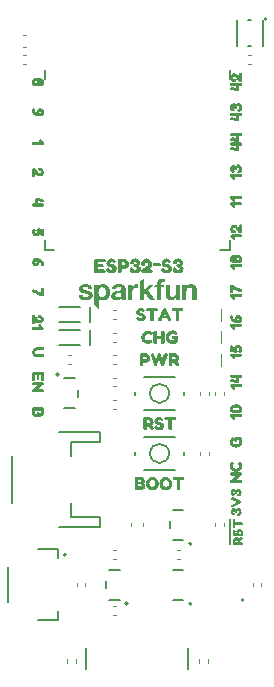
<source format=gto>
%TF.GenerationSoftware,KiCad,Pcbnew,7.0.6*%
%TF.CreationDate,2023-12-06T13:06:40-07:00*%
%TF.ProjectId,SparkFun_Thing_Plus_ESP32-S3,53706172-6b46-4756-9e5f-5468696e675f,rev?*%
%TF.SameCoordinates,Original*%
%TF.FileFunction,Legend,Top*%
%TF.FilePolarity,Positive*%
%FSLAX46Y46*%
G04 Gerber Fmt 4.6, Leading zero omitted, Abs format (unit mm)*
G04 Created by KiCad (PCBNEW 7.0.6) date 2023-12-06 13:06:40*
%MOMM*%
%LPD*%
G01*
G04 APERTURE LIST*
%ADD10C,0.127000*%
%ADD11C,0.200000*%
%ADD12C,0.120000*%
%ADD13C,0.203200*%
G04 APERTURE END LIST*
D10*
%TO.C,D6*%
X19855000Y55097500D02*
X19855000Y57297500D01*
X21055000Y55097500D02*
X20855000Y55097500D01*
X21055000Y57297500D02*
X20855000Y57297500D01*
X22055000Y57297500D02*
X22055000Y55097500D01*
D11*
X22398750Y57435000D02*
G75*
G03*
X22398750Y57435000I-100000J0D01*
G01*
D12*
%TO.C,R15*%
X9371359Y12445000D02*
X9678641Y12445000D01*
X9371359Y11685000D02*
X9678641Y11685000D01*
%TO.C,U4*%
D11*
X20455327Y8204760D02*
G75*
G03*
X20455327Y8204760I-100000J0D01*
G01*
%TO.C,kibuzzard-656A35A5*%
G36*
X20278487Y29064982D02*
G01*
X20307062Y28963541D01*
X20278487Y28863528D01*
X20177046Y28834953D01*
X19694128Y28834953D01*
X19706987Y28820666D01*
X19748421Y28732798D01*
X19698414Y28647787D01*
X19604117Y28603496D01*
X19558397Y28619926D01*
X19509819Y28663503D01*
X19346942Y28844954D01*
X19328368Y28867814D01*
X19304079Y28964969D01*
X19333369Y29064982D01*
X19435524Y29093557D01*
X20178474Y29093557D01*
X20278487Y29064982D01*
G37*
G36*
X20063143Y29808249D02*
G01*
X20147201Y29774912D01*
X20220623Y29719349D01*
X20277376Y29647436D01*
X20311428Y29565044D01*
X20322778Y29472176D01*
X20316527Y29395023D01*
X20297775Y29323586D01*
X20248483Y29226431D01*
X20222766Y29196427D01*
X20135612Y29142134D01*
X20038457Y29194998D01*
X19989879Y29283581D01*
X20037028Y29380736D01*
X20059888Y29463603D01*
X20038457Y29532183D01*
X19978449Y29556472D01*
X19919156Y29530754D01*
X19895582Y29467889D01*
X19915584Y29412168D01*
X19949874Y29332158D01*
X19921299Y29239289D01*
X19878437Y29175710D01*
X19837003Y29157851D01*
X19431238Y29210714D01*
X19391233Y29217858D01*
X19351942Y29234289D01*
X19314081Y29274294D01*
X19301222Y29342159D01*
X19302651Y29669343D01*
X19305508Y29718635D01*
X19319081Y29757211D01*
X19359086Y29789358D01*
X19436953Y29799359D01*
X19508391Y29790073D01*
X19546253Y29759354D01*
X19559111Y29722207D01*
X19561254Y29676487D01*
X19561254Y29456459D01*
X19636978Y29446458D01*
X19634121Y29470747D01*
X19634121Y29477891D01*
X19645313Y29564727D01*
X19678888Y29644261D01*
X19734848Y29716492D01*
X19805571Y29773642D01*
X19883438Y29807932D01*
X19968448Y29819362D01*
X20063143Y29808249D01*
G37*
%TO.C,kibuzzard-656A35AD*%
G36*
X20292774Y26493549D02*
G01*
X20321349Y26392108D01*
X20292774Y26292096D01*
X20191333Y26263521D01*
X19708416Y26263521D01*
X19721274Y26249233D01*
X19762708Y26161365D01*
X19712702Y26076354D01*
X19618404Y26032063D01*
X19572684Y26048494D01*
X19524107Y26092071D01*
X19361229Y26273522D01*
X19342656Y26296382D01*
X19318367Y26393537D01*
X19347656Y26493549D01*
X19449812Y26522124D01*
X20192762Y26522124D01*
X20292774Y26493549D01*
G37*
G36*
X20236339Y27307937D02*
G01*
X20275629Y27293649D01*
X20307062Y27253644D01*
X20317063Y27177921D01*
X20307062Y27103626D01*
X20274201Y27063621D01*
X20234910Y27050048D01*
X20185618Y27047904D01*
X20037028Y27047904D01*
X20037028Y26700718D01*
X20027027Y26626423D01*
X19994166Y26586418D01*
X19954875Y26572845D01*
X19905583Y26570702D01*
X19859863Y26574988D01*
X19415522Y26685002D01*
X19321224Y26738580D01*
X19322653Y26846451D01*
X19364087Y26929318D01*
X19426952Y26949321D01*
X19791283Y26860738D01*
X19791283Y27047904D01*
X19441239Y27047904D01*
X19394091Y27050048D01*
X19356943Y27063621D01*
X19326225Y27104340D01*
X19316938Y27180778D01*
X19326939Y27255073D01*
X19359801Y27294364D01*
X19399806Y27307937D01*
X19448383Y27310794D01*
X20187047Y27310794D01*
X20236339Y27307937D01*
G37*
D12*
%TO.C,D4*%
X18545000Y29980000D02*
X18545000Y30980000D01*
%TO.C,C8*%
X21062836Y53615000D02*
X20847164Y53615000D01*
X21062836Y54335000D02*
X20847164Y54335000D01*
%TO.C,R8*%
X18035000Y25563859D02*
X18035000Y25871141D01*
X18795000Y25563859D02*
X18795000Y25871141D01*
%TO.C,kibuzzard-6569BE28*%
G36*
X14637544Y23731538D02*
G01*
X14673263Y23718837D01*
X14703425Y23681531D01*
X14712950Y23611681D01*
X14703425Y23541831D01*
X14672469Y23504525D01*
X14635956Y23491825D01*
X14590713Y23489444D01*
X14371638Y23489444D01*
X14371638Y22762369D01*
X14369256Y22709187D01*
X14354175Y22667119D01*
X14309725Y22632194D01*
X14227175Y22621081D01*
X14145419Y22632194D01*
X14102556Y22667912D01*
X14088269Y22710775D01*
X14085888Y22763956D01*
X14085888Y23489444D01*
X13865225Y23489444D01*
X13819981Y23491825D01*
X13784263Y23504525D01*
X13754100Y23541831D01*
X13744575Y23613269D01*
X13754100Y23682325D01*
X13785056Y23718837D01*
X13821569Y23731538D01*
X13866813Y23733919D01*
X14592300Y23733919D01*
X14637544Y23731538D01*
G37*
G36*
X12486680Y23725981D02*
G01*
X12553156Y23706931D01*
X12619434Y23675975D01*
X12683331Y23633906D01*
X12740283Y23577748D01*
X12785725Y23504525D01*
X12815491Y23418602D01*
X12825412Y23324344D01*
X12809890Y23205458D01*
X12763324Y23102799D01*
X12685712Y23016369D01*
X12800012Y22863969D01*
X12842875Y22754431D01*
X12766675Y22660769D01*
X12653962Y22617113D01*
X12565062Y22690931D01*
X12395200Y22921119D01*
X12247562Y22921119D01*
X12247562Y22767131D01*
X12245181Y22712363D01*
X12230100Y22669500D01*
X12185650Y22633781D01*
X12101512Y22622669D01*
X12018962Y22633781D01*
X11974512Y22670294D01*
X11959431Y22713950D01*
X11957050Y22768719D01*
X11957050Y23441819D01*
X12247562Y23441819D01*
X12247562Y23210044D01*
X12422187Y23210044D01*
X12498387Y23238619D01*
X12534900Y23325931D01*
X12500769Y23408481D01*
X12419012Y23441819D01*
X12247562Y23441819D01*
X11957050Y23441819D01*
X11957050Y23587869D01*
X11959431Y23641050D01*
X11974512Y23684706D01*
X12018962Y23721219D01*
X12103100Y23732331D01*
X12422187Y23732331D01*
X12486680Y23725981D01*
G37*
G36*
X13396031Y23739210D02*
G01*
X13497101Y23707460D01*
X13579475Y23654544D01*
X13636625Y23572788D01*
X13598525Y23475156D01*
X13504863Y23398163D01*
X13398500Y23427531D01*
X13380244Y23442613D01*
X13358019Y23460869D01*
X13327062Y23472775D01*
X13274675Y23478331D01*
X13215937Y23458488D01*
X13190537Y23410069D01*
X13218319Y23358475D01*
X13281025Y23330694D01*
X13377862Y23310850D01*
X13479463Y23286244D01*
X13569355Y23244969D01*
X13639006Y23184644D01*
X13683655Y23098522D01*
X13698537Y22979856D01*
X13691791Y22904053D01*
X13671550Y22835394D01*
X13602494Y22728237D01*
X13504863Y22657594D01*
X13396119Y22617113D01*
X13290550Y22605206D01*
X13201650Y22612350D01*
X13127037Y22629812D01*
X13065919Y22656006D01*
X13016706Y22686169D01*
X12978606Y22717125D01*
X12950825Y22744906D01*
X12933363Y22767131D01*
X12923837Y22778244D01*
X12884150Y22881431D01*
X12950825Y22983031D01*
X13016794Y23019720D01*
X13085586Y23009137D01*
X13157200Y22951281D01*
X13221494Y22893337D01*
X13284200Y22878256D01*
X13377862Y22901275D01*
X13406438Y22975094D01*
X13365162Y23024306D01*
X13240544Y23061612D01*
X13164939Y23082052D01*
X13104812Y23103681D01*
X13015912Y23154481D01*
X12952412Y23222744D01*
X12914312Y23308469D01*
X12901612Y23411656D01*
X12913431Y23503467D01*
X12948885Y23584165D01*
X13007975Y23653750D01*
X13085057Y23707108D01*
X13174486Y23739122D01*
X13276262Y23749794D01*
X13396031Y23739210D01*
G37*
D13*
%TO.C,J1*%
X7110000Y4146250D02*
X7110000Y2346250D01*
X15750000Y4146250D02*
X15750000Y2346250D01*
%TO.C,kibuzzard-656A368C*%
G36*
X3277870Y44827904D02*
G01*
X3363119Y44793614D01*
X3442335Y44736464D01*
X3505835Y44660899D01*
X3543935Y44571364D01*
X3556635Y44467859D01*
X3544411Y44369276D01*
X3507740Y44281169D01*
X3446621Y44203541D01*
X3368040Y44143216D01*
X3278981Y44107021D01*
X3179445Y44094956D01*
X3107293Y44101921D01*
X3039427Y44122816D01*
X2978706Y44155142D01*
X2927985Y44196397D01*
X2852976Y44283551D01*
X2802255Y44369276D01*
X2802255Y44190682D01*
X2799397Y44141390D01*
X2785110Y44102814D01*
X2745105Y44070667D01*
X2669381Y44060666D01*
X2595801Y44070667D01*
X2556510Y44103528D01*
X2542222Y44144247D01*
X2539365Y44193539D01*
X2539365Y44709318D01*
X2578656Y44800758D01*
X2672239Y44839334D01*
X2744748Y44826476D01*
X2810827Y44787899D01*
X2861727Y44738250D01*
X2914412Y44669313D01*
X2963525Y44593947D01*
X3003709Y44525009D01*
X3043714Y44463037D01*
X3092291Y44408566D01*
X3145869Y44370526D01*
X3200876Y44357846D01*
X3238738Y44362846D01*
X3275886Y44394279D01*
X3295174Y44466431D01*
X3265527Y44550013D01*
X3176587Y44577873D01*
X3130867Y44580016D01*
X3094434Y44593589D01*
X3064431Y44633594D01*
X3055144Y44709318D01*
X3065145Y44783613D01*
X3098006Y44823618D01*
X3137297Y44837191D01*
X3186589Y44839334D01*
X3277870Y44827904D01*
G37*
D12*
%TO.C,R12*%
X9678641Y6922500D02*
X9371359Y6922500D01*
X9678641Y7682500D02*
X9371359Y7682500D01*
%TO.C,kibuzzard-656A3D93*%
G36*
X19531330Y16922750D02*
G01*
X20193000Y16621760D01*
X20239355Y16577945D01*
X20256500Y16512540D01*
X20240625Y16441420D01*
X20193000Y16398240D01*
X19531330Y16097250D01*
X19443065Y16084550D01*
X19382740Y16155670D01*
X19363690Y16250920D01*
X19436080Y16309340D01*
X19930110Y16510000D01*
X19436080Y16710660D01*
X19364325Y16770350D01*
X19382740Y16864330D01*
X19443700Y16937355D01*
X19531330Y16922750D01*
G37*
G36*
X20052947Y16019145D02*
G01*
X20125126Y15986760D01*
X20187285Y15932785D01*
X20234910Y15862300D01*
X20263485Y15780385D01*
X20273010Y15687040D01*
X20263485Y15600257D01*
X20234910Y15521093D01*
X20187285Y15449550D01*
X20127101Y15393106D01*
X20060849Y15359239D01*
X19988530Y15347950D01*
X19928523Y15379700D01*
X19908520Y15474950D01*
X19922490Y15544800D01*
X19982180Y15581630D01*
X19989165Y15584170D01*
X20004405Y15593695D01*
X20023455Y15612745D01*
X20038695Y15643225D01*
X20045680Y15688310D01*
X20025995Y15767685D01*
X19973290Y15797530D01*
X19918045Y15773083D01*
X19899630Y15699740D01*
X19899630Y15664815D01*
X19893915Y15635605D01*
X19878040Y15607030D01*
X19845020Y15591790D01*
X19789140Y15584170D01*
X19725640Y15592425D01*
X19692620Y15619095D01*
X19681825Y15651480D01*
X19679920Y15692120D01*
X19679920Y15701010D01*
X19671665Y15760065D01*
X19639280Y15778480D01*
X19595465Y15757525D01*
X19579590Y15699740D01*
X19592290Y15645130D01*
X19630390Y15608300D01*
X19682742Y15569636D01*
X19697559Y15516296D01*
X19674840Y15448280D01*
X19604990Y15385415D01*
X19517360Y15403830D01*
X19512915Y15405735D01*
X19498945Y15412720D01*
X19477990Y15425420D01*
X19452590Y15445740D01*
X19425285Y15473680D01*
X19399250Y15511145D01*
X19377025Y15558135D01*
X19361785Y15616555D01*
X19356070Y15687040D01*
X19365666Y15779397D01*
X19394452Y15858349D01*
X19442430Y15923895D01*
X19502120Y15972931D01*
X19566043Y16002353D01*
X19634200Y16012160D01*
X19727228Y15990253D01*
X19790410Y15924530D01*
X19858990Y15995650D01*
X19909790Y16021368D01*
X19970750Y16029940D01*
X20052947Y16019145D01*
G37*
G36*
X20052947Y17661255D02*
G01*
X20125126Y17628870D01*
X20187285Y17574895D01*
X20234910Y17504410D01*
X20263485Y17422495D01*
X20273010Y17329150D01*
X20263485Y17242367D01*
X20234910Y17163203D01*
X20187285Y17091660D01*
X20127101Y17035216D01*
X20060849Y17001349D01*
X19988530Y16990060D01*
X19928523Y17021810D01*
X19908520Y17117060D01*
X19922490Y17186910D01*
X19982180Y17223740D01*
X19989165Y17226280D01*
X20004405Y17235805D01*
X20023455Y17254855D01*
X20038695Y17285335D01*
X20045680Y17330420D01*
X20025995Y17409795D01*
X19973290Y17439640D01*
X19918045Y17415193D01*
X19899630Y17341850D01*
X19899630Y17306925D01*
X19893915Y17277715D01*
X19878040Y17249140D01*
X19845020Y17233900D01*
X19789140Y17226280D01*
X19725640Y17234535D01*
X19692620Y17261205D01*
X19681825Y17293590D01*
X19679920Y17334230D01*
X19679920Y17343120D01*
X19671665Y17402175D01*
X19639280Y17420590D01*
X19595465Y17399635D01*
X19579590Y17341850D01*
X19592290Y17287240D01*
X19630390Y17250410D01*
X19682742Y17211746D01*
X19697559Y17158406D01*
X19674840Y17090390D01*
X19604990Y17027525D01*
X19517360Y17045940D01*
X19512915Y17047845D01*
X19498945Y17054830D01*
X19477990Y17067530D01*
X19452590Y17087850D01*
X19425285Y17115790D01*
X19399250Y17153255D01*
X19377025Y17200245D01*
X19361785Y17258665D01*
X19356070Y17329150D01*
X19365666Y17421507D01*
X19394452Y17500459D01*
X19442430Y17566005D01*
X19502120Y17615041D01*
X19566043Y17644463D01*
X19634200Y17654270D01*
X19727228Y17632363D01*
X19790410Y17566640D01*
X19858990Y17637760D01*
X19909790Y17663478D01*
X19970750Y17672050D01*
X20052947Y17661255D01*
G37*
%TO.C,kibuzzard-656A361F*%
G36*
X19407082Y12867640D02*
G01*
X19195415Y12867640D01*
X19195415Y15072360D01*
X19407082Y15072360D01*
X19407082Y12867640D01*
G37*
G36*
X19679285Y15064740D02*
G01*
X19709130Y15039975D01*
X19719290Y15010765D01*
X19721195Y14974570D01*
X19721195Y14799310D01*
X20302855Y14799310D01*
X20345400Y14797405D01*
X20379055Y14785340D01*
X20406995Y14749780D01*
X20415885Y14683740D01*
X20406995Y14618335D01*
X20378420Y14584045D01*
X20344130Y14572615D01*
X20301585Y14570710D01*
X19721195Y14570710D01*
X19721195Y14394180D01*
X19719290Y14357985D01*
X19709130Y14329410D01*
X19679285Y14305280D01*
X19622135Y14297660D01*
X19566890Y14305280D01*
X19537680Y14330045D01*
X19527520Y14359255D01*
X19525615Y14395450D01*
X19525615Y14975840D01*
X19527520Y15012035D01*
X19537680Y15040610D01*
X19567525Y15064740D01*
X19623405Y15072360D01*
X19679285Y15064740D01*
G37*
G36*
X20299045Y13100050D02*
G01*
X20342860Y13098145D01*
X20377150Y13086080D01*
X20405725Y13050520D01*
X20414615Y12983210D01*
X20405725Y12917170D01*
X20376515Y12881610D01*
X20341590Y12869545D01*
X20297775Y12867640D01*
X19642455Y12867640D01*
X19599910Y12869545D01*
X19564985Y12881610D01*
X19535775Y12917170D01*
X19526885Y12984480D01*
X19526885Y13100050D01*
X19759295Y13100050D01*
X19944715Y13100050D01*
X19944715Y13239750D01*
X19921855Y13300710D01*
X19852005Y13329920D01*
X19785965Y13302615D01*
X19759295Y13237210D01*
X19759295Y13100050D01*
X19526885Y13100050D01*
X19526885Y13239750D01*
X19531965Y13291344D01*
X19547205Y13344525D01*
X19571970Y13397547D01*
X19605625Y13448665D01*
X19650551Y13494226D01*
X19709130Y13530580D01*
X19777869Y13554392D01*
X19853275Y13562330D01*
X19948384Y13549912D01*
X20030511Y13512659D01*
X20099655Y13450570D01*
X20221575Y13542010D01*
X20309205Y13576300D01*
X20384135Y13515340D01*
X20419060Y13425170D01*
X20360005Y13354050D01*
X20175855Y13218160D01*
X20175855Y13100050D01*
X20299045Y13100050D01*
G37*
G36*
X20189508Y14255432D02*
G01*
X20244435Y14239240D01*
X20330160Y14183995D01*
X20386675Y14105890D01*
X20419060Y14018895D01*
X20428585Y13934440D01*
X20422870Y13863320D01*
X20408900Y13803630D01*
X20387945Y13754735D01*
X20363815Y13715365D01*
X20339050Y13684885D01*
X20316825Y13662660D01*
X20299045Y13648690D01*
X20290155Y13641070D01*
X20207605Y13609320D01*
X20126325Y13662660D01*
X20096974Y13715436D01*
X20105441Y13770469D01*
X20151725Y13827760D01*
X20198080Y13879195D01*
X20210145Y13929360D01*
X20191730Y14004290D01*
X20132675Y14027150D01*
X20093305Y13994130D01*
X20063460Y13894435D01*
X20047109Y13833951D01*
X20029805Y13785850D01*
X19989165Y13714730D01*
X19934555Y13663930D01*
X19865975Y13633450D01*
X19783425Y13623290D01*
X19709977Y13632744D01*
X19645418Y13661108D01*
X19589750Y13708380D01*
X19547064Y13770046D01*
X19521452Y13841589D01*
X19512915Y13923010D01*
X19521382Y14018824D01*
X19546782Y14099681D01*
X19589115Y14165580D01*
X19654520Y14211300D01*
X19732625Y14180820D01*
X19794220Y14105890D01*
X19770725Y14020800D01*
X19758660Y14006195D01*
X19744055Y13988415D01*
X19734530Y13963650D01*
X19730085Y13921740D01*
X19745960Y13874750D01*
X19784695Y13854430D01*
X19825970Y13876655D01*
X19848195Y13926820D01*
X19864070Y14004290D01*
X19883755Y14085570D01*
X19916775Y14157484D01*
X19965035Y14213205D01*
X20033932Y14248924D01*
X20128865Y14260830D01*
X20189508Y14255432D01*
G37*
%TO.C,C9*%
X10920000Y14464420D02*
X10920000Y14745580D01*
X11940000Y14464420D02*
X11940000Y14745580D01*
%TO.C,kibuzzard-6569F8A4*%
G36*
X15359856Y18654713D02*
G01*
X15395575Y18642013D01*
X15425738Y18604706D01*
X15435263Y18534856D01*
X15425738Y18465006D01*
X15394781Y18427700D01*
X15358269Y18415000D01*
X15313025Y18412619D01*
X15093950Y18412619D01*
X15093950Y17685544D01*
X15091569Y17632362D01*
X15076488Y17590294D01*
X15032038Y17555369D01*
X14949488Y17544256D01*
X14867731Y17555369D01*
X14824869Y17591088D01*
X14810581Y17633950D01*
X14808200Y17687131D01*
X14808200Y18412619D01*
X14587538Y18412619D01*
X14542294Y18415000D01*
X14506575Y18427700D01*
X14476413Y18465006D01*
X14466888Y18536444D01*
X14476413Y18605500D01*
X14507369Y18642013D01*
X14543881Y18654713D01*
X14589125Y18657094D01*
X15314613Y18657094D01*
X15359856Y18654713D01*
G37*
G36*
X11841692Y18645893D02*
G01*
X11921596Y18612291D01*
X11991975Y18556288D01*
X12046656Y18484938D01*
X12079464Y18405299D01*
X12090400Y18317369D01*
X12077303Y18224500D01*
X12038012Y18139569D01*
X12101116Y18028047D01*
X12122150Y17906206D01*
X12109715Y17810780D01*
X12074525Y17725584D01*
X12016581Y17650619D01*
X11942762Y17592410D01*
X11859948Y17557485D01*
X11768137Y17545844D01*
X11525250Y17545844D01*
X11379200Y17545844D01*
X11296650Y17556956D01*
X11252200Y17593469D01*
X11237119Y17637919D01*
X11234737Y17693481D01*
X11234737Y18366581D01*
X11525250Y18366581D01*
X11525250Y17836356D01*
X11752262Y17836356D01*
X11774487Y17837944D01*
X11799094Y17846675D01*
X11822906Y17873662D01*
X11831637Y17923669D01*
X11811000Y17989550D01*
X11744325Y18004631D01*
X11723687Y18004631D01*
X11633200Y18032413D01*
X11606212Y18126869D01*
X11634787Y18218150D01*
X11731625Y18244344D01*
X11750675Y18244344D01*
X11788775Y18255456D01*
X11799887Y18304669D01*
X11783219Y18353881D01*
X11717337Y18366581D01*
X11525250Y18366581D01*
X11234737Y18366581D01*
X11234737Y18512631D01*
X11237119Y18565813D01*
X11252200Y18609469D01*
X11296650Y18645981D01*
X11380787Y18657094D01*
X11752262Y18657094D01*
X11841692Y18645893D01*
G37*
G36*
X12832159Y18657838D02*
G01*
X12934950Y18626733D01*
X13029009Y18574891D01*
X13114337Y18502313D01*
X13185180Y18414752D01*
X13235781Y18317964D01*
X13266142Y18211949D01*
X13276262Y18096706D01*
X13266291Y17983448D01*
X13236377Y17878623D01*
X13186519Y17782232D01*
X13116719Y17694275D01*
X13032929Y17621002D01*
X12941102Y17568664D01*
X12841238Y17537261D01*
X12733337Y17526794D01*
X12725400Y17527532D01*
X12622411Y17537112D01*
X12519819Y17568069D01*
X12425561Y17619662D01*
X12339637Y17691894D01*
X12268101Y17778710D01*
X12217003Y17874059D01*
X12186345Y17977941D01*
X12176125Y18090356D01*
X12176668Y18096706D01*
X12466637Y18096706D01*
X12485886Y17990344D01*
X12543631Y17899856D01*
X12627570Y17837944D01*
X12725400Y17817306D01*
X12826405Y17837348D01*
X12910344Y17897475D01*
X12966898Y17987367D01*
X12985750Y18096706D01*
X12966700Y18205252D01*
X12909550Y18295938D01*
X12825809Y18357255D01*
X12726987Y18377694D01*
X12626975Y18357255D01*
X12542837Y18295938D01*
X12485687Y18205252D01*
X12466637Y18096706D01*
X12176668Y18096706D01*
X12186047Y18206442D01*
X12215812Y18313400D01*
X12265422Y18411230D01*
X12334875Y18499931D01*
X12418516Y18573552D01*
X12510691Y18626138D01*
X12611398Y18657689D01*
X12720637Y18668206D01*
X12832159Y18657838D01*
G37*
G36*
X13976747Y18657838D02*
G01*
X14079538Y18626733D01*
X14173597Y18574891D01*
X14258925Y18502313D01*
X14329767Y18414752D01*
X14380369Y18317964D01*
X14410730Y18211949D01*
X14420850Y18096706D01*
X14410879Y17983448D01*
X14380964Y17878623D01*
X14331107Y17782232D01*
X14261306Y17694275D01*
X14177516Y17621002D01*
X14085689Y17568664D01*
X13985825Y17537261D01*
X13877925Y17526794D01*
X13869988Y17527532D01*
X13766998Y17537112D01*
X13664406Y17568069D01*
X13570148Y17619662D01*
X13484225Y17691894D01*
X13412688Y17778710D01*
X13361591Y17874059D01*
X13330932Y17977941D01*
X13320712Y18090356D01*
X13321255Y18096706D01*
X13611225Y18096706D01*
X13630473Y17990344D01*
X13688219Y17899856D01*
X13772158Y17837944D01*
X13869988Y17817306D01*
X13970992Y17837348D01*
X14054931Y17897475D01*
X14111486Y17987367D01*
X14130338Y18096706D01*
X14111287Y18205252D01*
X14054138Y18295938D01*
X13970397Y18357255D01*
X13871575Y18377694D01*
X13771563Y18357255D01*
X13687425Y18295938D01*
X13630275Y18205252D01*
X13611225Y18096706D01*
X13321255Y18096706D01*
X13330634Y18206442D01*
X13360400Y18313400D01*
X13410009Y18411230D01*
X13479462Y18499931D01*
X13563104Y18573552D01*
X13655278Y18626138D01*
X13755985Y18657689D01*
X13865225Y18668206D01*
X13976747Y18657838D01*
G37*
%TO.C,D5*%
X18545000Y28075000D02*
X18545000Y29075000D01*
%TO.C,R13*%
X5561359Y28955000D02*
X5868641Y28955000D01*
X5561359Y28195000D02*
X5868641Y28195000D01*
%TO.C,C2*%
X21950000Y9632836D02*
X21950000Y9417164D01*
X21230000Y9632836D02*
X21230000Y9417164D01*
%TO.C,kibuzzard-656A3567*%
G36*
X20238482Y46963568D02*
G01*
X20277772Y46949281D01*
X20309205Y46909276D01*
X20319206Y46833552D01*
X20309205Y46759257D01*
X20276344Y46719252D01*
X20237053Y46705679D01*
X20187761Y46703536D01*
X20039171Y46703536D01*
X20039171Y46356349D01*
X20029170Y46282054D01*
X19996309Y46242049D01*
X19957018Y46228476D01*
X19907726Y46226333D01*
X19862006Y46230619D01*
X19417665Y46340633D01*
X19323367Y46394211D01*
X19324796Y46502082D01*
X19366230Y46584949D01*
X19429095Y46604952D01*
X19793426Y46516369D01*
X19793426Y46703536D01*
X19443382Y46703536D01*
X19396234Y46705679D01*
X19359086Y46719252D01*
X19328368Y46759971D01*
X19319081Y46836409D01*
X19329082Y46910704D01*
X19361944Y46949995D01*
X19401949Y46963568D01*
X19450526Y46966426D01*
X20189190Y46966426D01*
X20238482Y46963568D01*
G37*
G36*
X20238482Y47750809D02*
G01*
X20277772Y47736522D01*
X20309205Y47696517D01*
X20319206Y47620793D01*
X20309205Y47546498D01*
X20276344Y47506493D01*
X20237053Y47492920D01*
X20187761Y47490777D01*
X20039171Y47490777D01*
X20039171Y47143591D01*
X20029170Y47069296D01*
X19996309Y47029291D01*
X19957018Y47015718D01*
X19907726Y47013574D01*
X19862006Y47017861D01*
X19417665Y47127874D01*
X19323367Y47181453D01*
X19324796Y47289323D01*
X19366230Y47372191D01*
X19429095Y47392193D01*
X19793426Y47303611D01*
X19793426Y47490777D01*
X19443382Y47490777D01*
X19396234Y47492920D01*
X19359086Y47506493D01*
X19328368Y47547213D01*
X19319081Y47623651D01*
X19329082Y47697946D01*
X19361944Y47737236D01*
X19401949Y47750809D01*
X19450526Y47753667D01*
X20189190Y47753667D01*
X20238482Y47750809D01*
G37*
%TO.C,kibuzzard-656A3559*%
G36*
X20284916Y41857136D02*
G01*
X20313491Y41755695D01*
X20284916Y41655683D01*
X20183475Y41627107D01*
X19700557Y41627107D01*
X19713416Y41612820D01*
X19754850Y41524952D01*
X19704844Y41439941D01*
X19610546Y41395650D01*
X19564826Y41412081D01*
X19516249Y41455657D01*
X19353371Y41637109D01*
X19334797Y41659969D01*
X19310509Y41757124D01*
X19339798Y41857136D01*
X19441954Y41885711D01*
X20184904Y41885711D01*
X20284916Y41857136D01*
G37*
G36*
X20284916Y42398632D02*
G01*
X20313491Y42297191D01*
X20284916Y42197179D01*
X20183475Y42168604D01*
X19700557Y42168604D01*
X19713416Y42154316D01*
X19754850Y42066448D01*
X19704844Y41981438D01*
X19610546Y41937146D01*
X19564826Y41953577D01*
X19516249Y41997154D01*
X19353371Y42178605D01*
X19334797Y42201465D01*
X19310509Y42298620D01*
X19339798Y42398632D01*
X19441954Y42427208D01*
X20184904Y42427208D01*
X20284916Y42398632D01*
G37*
%TO.C,kibuzzard-656A47C5*%
G36*
X20236339Y52017851D02*
G01*
X20275629Y52003563D01*
X20307062Y51963558D01*
X20317063Y51887834D01*
X20307062Y51813539D01*
X20274201Y51773534D01*
X20234910Y51759961D01*
X20185618Y51757818D01*
X20037028Y51757818D01*
X20037028Y51410632D01*
X20027027Y51336337D01*
X19994166Y51296332D01*
X19954875Y51282759D01*
X19905583Y51280616D01*
X19859863Y51284902D01*
X19415522Y51394916D01*
X19321224Y51448494D01*
X19322653Y51556364D01*
X19364087Y51639232D01*
X19426952Y51659234D01*
X19791283Y51570652D01*
X19791283Y51757818D01*
X19441239Y51757818D01*
X19394091Y51759961D01*
X19356943Y51773534D01*
X19326225Y51814254D01*
X19316938Y51890692D01*
X19326939Y51964987D01*
X19359801Y52004278D01*
X19399806Y52017851D01*
X19448383Y52020708D01*
X20187047Y52020708D01*
X20236339Y52017851D01*
G37*
G36*
X20264914Y52849383D02*
G01*
X20304204Y52816522D01*
X20318492Y52775803D01*
X20321349Y52726511D01*
X20321349Y52210732D01*
X20282059Y52119292D01*
X20188476Y52080716D01*
X20115967Y52093574D01*
X20049887Y52132151D01*
X19998988Y52181800D01*
X19946302Y52250737D01*
X19897189Y52326103D01*
X19857006Y52395041D01*
X19817001Y52457013D01*
X19768423Y52511484D01*
X19714845Y52549524D01*
X19659838Y52562204D01*
X19621976Y52557204D01*
X19584829Y52525771D01*
X19565541Y52453619D01*
X19595187Y52370037D01*
X19684127Y52342177D01*
X19729847Y52340034D01*
X19766280Y52326461D01*
X19796284Y52286456D01*
X19805571Y52210732D01*
X19795569Y52136437D01*
X19762708Y52096432D01*
X19723418Y52082859D01*
X19674126Y52080716D01*
X19582844Y52092146D01*
X19497596Y52126436D01*
X19418379Y52183586D01*
X19354879Y52259151D01*
X19316779Y52348686D01*
X19304079Y52452191D01*
X19316303Y52550774D01*
X19352974Y52638881D01*
X19414093Y52716509D01*
X19492674Y52776834D01*
X19581733Y52813029D01*
X19681269Y52825094D01*
X19753421Y52818129D01*
X19821287Y52797234D01*
X19882009Y52764908D01*
X19932729Y52723653D01*
X20007739Y52636499D01*
X20058459Y52550774D01*
X20058459Y52729368D01*
X20061317Y52778660D01*
X20075604Y52817236D01*
X20115609Y52849383D01*
X20191333Y52859384D01*
X20264914Y52849383D01*
G37*
%TO.C,D1*%
X18545000Y31885000D02*
X18545000Y32885000D01*
D13*
%TO.C,D2*%
X7485000Y31760000D02*
X7485000Y33010000D01*
X6615000Y31760000D02*
X4815000Y31760000D01*
X6615000Y33010000D02*
X4815000Y33010000D01*
%TO.C,kibuzzard-656A3691*%
G36*
X2997994Y42275760D02*
G01*
X3442335Y42165746D01*
X3536633Y42112168D01*
X3535204Y42004298D01*
X3493770Y41921430D01*
X3430905Y41901427D01*
X3066574Y41990010D01*
X3066574Y41802844D01*
X3416618Y41802844D01*
X3463766Y41800701D01*
X3500914Y41787127D01*
X3531632Y41746408D01*
X3540919Y41669970D01*
X3530918Y41595675D01*
X3498056Y41556384D01*
X3458051Y41542811D01*
X3409474Y41539954D01*
X2670810Y41539954D01*
X2621518Y41542811D01*
X2582228Y41557099D01*
X2550795Y41597104D01*
X2540794Y41672827D01*
X2550795Y41747122D01*
X2583656Y41787127D01*
X2622947Y41800701D01*
X2672239Y41802844D01*
X2820829Y41802844D01*
X2820829Y42150030D01*
X2830830Y42224325D01*
X2863691Y42264330D01*
X2902982Y42277903D01*
X2952274Y42280046D01*
X2997994Y42275760D01*
G37*
%TO.C,kibuzzard-656A36C2*%
G36*
X3490913Y34645759D02*
G01*
X3530203Y34615755D01*
X3544491Y34578608D01*
X3547348Y34532888D01*
X3547348Y34054256D01*
X3537347Y33979961D01*
X3504486Y33939956D01*
X3465195Y33926383D01*
X3415903Y33924240D01*
X3332678Y33937277D01*
X3234452Y33976389D01*
X3132832Y34030860D01*
X3039428Y34089975D01*
X2945666Y34149090D01*
X2842974Y34203561D01*
X2743676Y34242673D01*
X2660094Y34255710D01*
X2615089Y34258568D01*
X2581513Y34273569D01*
X2556510Y34313574D01*
X2548652Y34387155D01*
X2555796Y34462164D01*
X2581513Y34501455D01*
X2615803Y34515743D01*
X2662952Y34518600D01*
X2766358Y34508599D01*
X2873693Y34478595D01*
X2973884Y34436625D01*
X3055858Y34390727D01*
X3127653Y34342864D01*
X3197304Y34295001D01*
X3285887Y34239994D01*
X3285887Y34525744D01*
X3288744Y34574321D01*
X3303032Y34613612D01*
X3343037Y34645759D01*
X3417332Y34655760D01*
X3490913Y34645759D01*
G37*
D12*
%TO.C,R9*%
X9371359Y28955000D02*
X9678641Y28955000D01*
X9371359Y28195000D02*
X9678641Y28195000D01*
%TO.C,kibuzzard-656A3668*%
G36*
X2948226Y52425203D02*
G01*
X3017758Y52391389D01*
X3081576Y52335033D01*
X3083004Y52336462D01*
X3084433Y52335033D01*
X3160871Y52389683D01*
X3253026Y52407899D01*
X3336211Y52396787D01*
X3410506Y52363449D01*
X3475911Y52307887D01*
X3526711Y52236608D01*
X3557191Y52156122D01*
X3567351Y52066428D01*
X3557032Y51977846D01*
X3526076Y51898788D01*
X3474482Y51829256D01*
X3407966Y51775281D01*
X3332242Y51742896D01*
X3247311Y51732101D01*
X3165872Y51749960D01*
X3084433Y51803538D01*
X3083004Y51802109D01*
X3081576Y51803538D01*
X3015853Y51747976D01*
X2946321Y51714638D01*
X2872978Y51703526D01*
X2776696Y51716067D01*
X2693591Y51753691D01*
X2636408Y51804967D01*
X3083004Y51804967D01*
X3084433Y51803538D01*
X3088719Y51809253D01*
X3088719Y51812111D01*
X3083004Y51804967D01*
X2636408Y51804967D01*
X2623661Y51816397D01*
X2570877Y51894343D01*
X2539206Y51977687D01*
X2528649Y52066428D01*
X2528807Y52067857D01*
X2778681Y52067857D01*
X2802255Y51992133D01*
X2867263Y51964987D01*
X2930842Y51992847D01*
X2952175Y52067857D01*
X3194447Y52067857D01*
X3209449Y52012136D01*
X3254454Y51993562D01*
X3298746Y52013564D01*
X3314462Y52069286D01*
X3299460Y52125007D01*
X3254454Y52143581D01*
X3210163Y52123578D01*
X3194447Y52067857D01*
X2952175Y52067857D01*
X2952988Y52070714D01*
X2930128Y52147867D01*
X2867263Y52175013D01*
X2802255Y52146438D01*
X2778681Y52067857D01*
X2528807Y52067857D01*
X2539603Y52165568D01*
X2572464Y52253436D01*
X2625701Y52327889D01*
X3075861Y52327889D01*
X3077289Y52327889D01*
X3083004Y52333604D01*
X3093006Y52322174D01*
X3093006Y52323603D01*
X3084433Y52335033D01*
X3083004Y52333604D01*
X3081576Y52335033D01*
X3075861Y52327889D01*
X2625701Y52327889D01*
X2627233Y52330033D01*
X2698353Y52389167D01*
X2780268Y52424647D01*
X2872978Y52436474D01*
X2948226Y52425203D01*
G37*
%TO.C,R16*%
X14768859Y12445000D02*
X15076141Y12445000D01*
X14768859Y11685000D02*
X15076141Y11685000D01*
%TO.C,kibuzzard-656A367B*%
G36*
X3315573Y49871233D02*
G01*
X3393440Y49838372D01*
X3461623Y49783603D01*
X3514408Y49712801D01*
X3546078Y49631838D01*
X3556635Y49540716D01*
X3544491Y49435544D01*
X3508058Y49346723D01*
X3447336Y49274254D01*
X3365341Y49220676D01*
X3265091Y49188529D01*
X3146584Y49177813D01*
X3041656Y49183928D01*
X2945187Y49202273D01*
X2857176Y49232849D01*
X2777623Y49275654D01*
X2706529Y49330689D01*
X2646350Y49395783D01*
X2599544Y49468764D01*
X2566111Y49549631D01*
X2546052Y49638385D01*
X2539365Y49735026D01*
X2542222Y49780031D01*
X2556510Y49817179D01*
X2596515Y49847183D01*
X2670810Y49856469D01*
X2745105Y49846468D01*
X2785110Y49813607D01*
X2798683Y49773602D01*
X2800826Y49723596D01*
X2816860Y49616598D01*
X2864961Y49533731D01*
X2945130Y49474993D01*
X2933727Y49542144D01*
X3166586Y49542144D01*
X3184446Y49472136D01*
X3233737Y49446418D01*
X3293745Y49467135D01*
X3312319Y49535001D01*
X3294459Y49603581D01*
X3236595Y49625012D01*
X3185874Y49602152D01*
X3166586Y49542144D01*
X2933727Y49542144D01*
X2932271Y49550717D01*
X2942114Y49635569D01*
X2971641Y49712959D01*
X3020854Y49782889D01*
X3083242Y49838054D01*
X3152299Y49871154D01*
X3228022Y49882187D01*
X3315573Y49871233D01*
G37*
%TO.C,R11*%
X6222000Y3201641D02*
X6222000Y2894359D01*
X5462000Y3201641D02*
X5462000Y2894359D01*
D13*
%TO.C,SW2*%
X11235000Y25847500D02*
X11235000Y25587500D01*
X11997000Y27117500D02*
X14673000Y27117500D01*
X14673000Y24317500D02*
X11997000Y24317500D01*
X15435000Y25587500D02*
X15435000Y25847500D01*
D10*
X14140000Y25717500D02*
G75*
G03*
X14140000Y25717500I-805000J0D01*
G01*
%TO.C,kibuzzard-656A35B5*%
G36*
X20284202Y23933547D02*
G01*
X20312777Y23832106D01*
X20284202Y23732093D01*
X20182761Y23703518D01*
X19699843Y23703518D01*
X19712702Y23689231D01*
X19754136Y23601362D01*
X19704129Y23516352D01*
X19609832Y23472061D01*
X19564112Y23488491D01*
X19515534Y23532068D01*
X19352657Y23713519D01*
X19334083Y23736379D01*
X19309794Y23833534D01*
X19339084Y23933547D01*
X19441239Y23962122D01*
X20184189Y23962122D01*
X20284202Y23933547D01*
G37*
G36*
X20322421Y24336097D02*
G01*
X20304204Y24267874D01*
X20275094Y24209474D01*
X20236339Y24162861D01*
X20142041Y24092853D01*
X20088463Y24067314D01*
X20029170Y24049276D01*
X19915584Y24029273D01*
X19811286Y24023558D01*
X19751278Y24025344D01*
X19691271Y24030702D01*
X19627691Y24042310D01*
X19556968Y24062849D01*
X19487317Y24091602D01*
X19426952Y24127857D01*
X19375695Y24176077D01*
X19333369Y24240728D01*
X19304972Y24319309D01*
X19295657Y24407892D01*
X19556968Y24407892D01*
X19572952Y24354135D01*
X19620905Y24315738D01*
X19700825Y24292699D01*
X19812714Y24285019D01*
X19923353Y24292610D01*
X20002381Y24315380D01*
X20049798Y24353331D01*
X20065603Y24406463D01*
X20046315Y24465756D01*
X20002738Y24502189D01*
X19938444Y24520763D01*
X19875579Y24528621D01*
X19818429Y24529336D01*
X19811286Y24529336D01*
X19700022Y24521745D01*
X19620548Y24498975D01*
X19572863Y24461024D01*
X19556968Y24407892D01*
X19295657Y24407892D01*
X19295507Y24409321D01*
X19304794Y24496832D01*
X19332654Y24573627D01*
X19374267Y24637206D01*
X19424809Y24685069D01*
X19484459Y24721324D01*
X19553396Y24750078D01*
X19623941Y24770794D01*
X19688413Y24782939D01*
X19750207Y24788832D01*
X19812714Y24790797D01*
X19876830Y24788654D01*
X19940588Y24782224D01*
X20006310Y24769544D01*
X20076319Y24748649D01*
X20144006Y24719895D01*
X20202763Y24683641D01*
X20252412Y24636135D01*
X20292774Y24573627D01*
X20319563Y24498260D01*
X20328493Y24412178D01*
X20328037Y24406463D01*
X20322421Y24336097D01*
G37*
%TO.C,kibuzzard-656A3560*%
G36*
X20284916Y44253547D02*
G01*
X20313491Y44152106D01*
X20284916Y44052093D01*
X20183475Y44023518D01*
X19700557Y44023518D01*
X19713416Y44009231D01*
X19754850Y43921362D01*
X19704844Y43836352D01*
X19610546Y43792061D01*
X19564826Y43808491D01*
X19516249Y43852068D01*
X19353371Y44033519D01*
X19334797Y44056379D01*
X19310509Y44153534D01*
X19339798Y44253547D01*
X19441954Y44282122D01*
X20184904Y44282122D01*
X20284916Y44253547D01*
G37*
G36*
X20080208Y45098653D02*
G01*
X20161409Y45062219D01*
X20231338Y45001498D01*
X20284916Y44922202D01*
X20317063Y44830048D01*
X20327779Y44725034D01*
X20317063Y44627403D01*
X20284916Y44538344D01*
X20231338Y44457858D01*
X20163631Y44394358D01*
X20089098Y44356258D01*
X20007739Y44343558D01*
X19940230Y44379277D01*
X19917727Y44486433D01*
X19933444Y44565014D01*
X20000595Y44606448D01*
X20008453Y44609306D01*
X20025598Y44620021D01*
X20047029Y44641453D01*
X20064174Y44675743D01*
X20072032Y44726463D01*
X20049887Y44815760D01*
X19990594Y44849336D01*
X19928443Y44821832D01*
X19907726Y44739322D01*
X19907726Y44700031D01*
X19901297Y44667170D01*
X19883437Y44635023D01*
X19846290Y44617878D01*
X19783425Y44609306D01*
X19711988Y44618593D01*
X19674840Y44648596D01*
X19662696Y44685029D01*
X19660552Y44730749D01*
X19660552Y44740751D01*
X19651266Y44807188D01*
X19614833Y44827904D01*
X19565541Y44804330D01*
X19547681Y44739322D01*
X19561969Y44677886D01*
X19604831Y44636452D01*
X19663728Y44592954D01*
X19680396Y44532947D01*
X19654837Y44456429D01*
X19576256Y44385706D01*
X19477672Y44406423D01*
X19472672Y44408566D01*
X19456956Y44416424D01*
X19433381Y44430712D01*
X19404806Y44453572D01*
X19374088Y44485004D01*
X19344799Y44527153D01*
X19319796Y44580016D01*
X19302651Y44645739D01*
X19296221Y44725034D01*
X19307016Y44828936D01*
X19339401Y44917757D01*
X19393376Y44991496D01*
X19460527Y45046662D01*
X19532441Y45079761D01*
X19609118Y45090794D01*
X19713773Y45066148D01*
X19784854Y44992211D01*
X19862006Y45072221D01*
X19919156Y45101153D01*
X19987736Y45110797D01*
X20080208Y45098653D01*
G37*
%TO.C,kibuzzard-6569BE4A*%
G36*
X13846572Y32923163D02*
G01*
X13900944Y32858869D01*
X14299406Y32034956D01*
X14320838Y31922244D01*
X14232731Y31844456D01*
X14115256Y31821437D01*
X14037469Y31912719D01*
X13964444Y32063531D01*
X13692981Y32063531D01*
X13573919Y32063531D01*
X13500894Y31911131D01*
X13421519Y31823025D01*
X13305631Y31846044D01*
X13216731Y31923038D01*
X13237369Y32034956D01*
X13370701Y32311181D01*
X13692981Y32311181D01*
X13842206Y32311181D01*
X13767594Y32465169D01*
X13692981Y32311181D01*
X13370701Y32311181D01*
X13635831Y32860456D01*
X13691394Y32921575D01*
X13769181Y32944594D01*
X13846572Y32923163D01*
G37*
G36*
X13104813Y32943800D02*
G01*
X13140531Y32931100D01*
X13170694Y32893794D01*
X13180219Y32823944D01*
X13170694Y32754094D01*
X13139738Y32716788D01*
X13103225Y32704088D01*
X13057981Y32701706D01*
X12838906Y32701706D01*
X12838906Y31974631D01*
X12836525Y31921450D01*
X12821444Y31879381D01*
X12776994Y31844456D01*
X12694444Y31833344D01*
X12612688Y31844456D01*
X12569825Y31880175D01*
X12555537Y31923038D01*
X12553156Y31976219D01*
X12553156Y32701706D01*
X12332494Y32701706D01*
X12287250Y32704088D01*
X12251531Y32716788D01*
X12221369Y32754094D01*
X12211844Y32825531D01*
X12221369Y32894588D01*
X12252325Y32931100D01*
X12288838Y32943800D01*
X12334081Y32946181D01*
X13059569Y32946181D01*
X13104813Y32943800D01*
G37*
G36*
X15249525Y32943800D02*
G01*
X15285244Y32931100D01*
X15315406Y32893794D01*
X15324931Y32823944D01*
X15315406Y32754094D01*
X15284450Y32716788D01*
X15247938Y32704088D01*
X15202694Y32701706D01*
X14983619Y32701706D01*
X14983619Y31974631D01*
X14981238Y31921450D01*
X14966156Y31879381D01*
X14921706Y31844456D01*
X14839156Y31833344D01*
X14757400Y31844456D01*
X14714538Y31880175D01*
X14700250Y31923038D01*
X14697869Y31976219D01*
X14697869Y32701706D01*
X14477206Y32701706D01*
X14431963Y32704088D01*
X14396244Y32716788D01*
X14366081Y32754094D01*
X14356556Y32825531D01*
X14366081Y32894588D01*
X14397038Y32931100D01*
X14433550Y32943800D01*
X14478794Y32946181D01*
X15204281Y32946181D01*
X15249525Y32943800D01*
G37*
G36*
X11863299Y32951473D02*
G01*
X11964370Y32919723D01*
X12046744Y32866806D01*
X12103894Y32785050D01*
X12065794Y32687419D01*
X11972131Y32610425D01*
X11865769Y32639794D01*
X11847512Y32654875D01*
X11825288Y32673131D01*
X11794331Y32685038D01*
X11741944Y32690594D01*
X11683206Y32670750D01*
X11657806Y32622331D01*
X11685587Y32570738D01*
X11748294Y32542956D01*
X11845131Y32523113D01*
X11946731Y32498506D01*
X12036623Y32457231D01*
X12106275Y32396906D01*
X12150923Y32310784D01*
X12165806Y32192119D01*
X12159059Y32116316D01*
X12138819Y32047656D01*
X12069762Y31940500D01*
X11972131Y31869856D01*
X11863388Y31829375D01*
X11757819Y31817469D01*
X11668919Y31824613D01*
X11594306Y31842075D01*
X11533188Y31868269D01*
X11483975Y31898431D01*
X11445875Y31929388D01*
X11418094Y31957169D01*
X11400631Y31979394D01*
X11391106Y31990506D01*
X11351419Y32093694D01*
X11418094Y32195294D01*
X11484063Y32231983D01*
X11552855Y32221399D01*
X11624469Y32163544D01*
X11688763Y32105600D01*
X11751469Y32090519D01*
X11845131Y32113538D01*
X11873706Y32187356D01*
X11832431Y32236569D01*
X11707813Y32273875D01*
X11632208Y32294314D01*
X11572081Y32315944D01*
X11483181Y32366744D01*
X11419681Y32435006D01*
X11381581Y32520731D01*
X11368881Y32623919D01*
X11380699Y32715729D01*
X11416153Y32796427D01*
X11475244Y32866013D01*
X11552326Y32919370D01*
X11641755Y32951385D01*
X11743531Y32962056D01*
X11863299Y32951473D01*
G37*
D13*
%TO.C,U2*%
X15351900Y8255000D02*
X14493100Y8255000D01*
X14493100Y10795000D02*
X15351900Y10795000D01*
D11*
X16038500Y7924800D02*
G75*
G03*
X16038500Y7924800I-100000J0D01*
G01*
D13*
%TO.C,U5*%
X15351900Y13335000D02*
X14493100Y13335000D01*
X14493100Y15875000D02*
X15351900Y15875000D01*
X14213700Y14336600D02*
X14213700Y14873400D01*
D11*
X16038500Y13004800D02*
G75*
G03*
X16038500Y13004800I-100000J0D01*
G01*
%TO.C,kibuzzard-656A482A*%
G36*
X3256280Y31579264D02*
G01*
X3304857Y31535688D01*
X3467735Y31354236D01*
X3486309Y31331376D01*
X3510597Y31234221D01*
X3481308Y31134209D01*
X3379152Y31105634D01*
X2636202Y31105634D01*
X2536190Y31134209D01*
X2507615Y31235650D01*
X2536190Y31335663D01*
X2637631Y31364238D01*
X3120549Y31364238D01*
X3107690Y31378525D01*
X3066256Y31466393D01*
X3116262Y31551404D01*
X3210560Y31595695D01*
X3256280Y31579264D01*
G37*
G36*
X3246120Y32382936D02*
G01*
X3331369Y32348646D01*
X3410585Y32291496D01*
X3474085Y32215931D01*
X3512185Y32126396D01*
X3524885Y32022891D01*
X3512661Y31924308D01*
X3475990Y31836201D01*
X3414871Y31758573D01*
X3336290Y31698248D01*
X3247231Y31662053D01*
X3147695Y31649988D01*
X3075543Y31656953D01*
X3007677Y31677848D01*
X2946956Y31710174D01*
X2896235Y31751429D01*
X2821226Y31838583D01*
X2770505Y31924308D01*
X2770505Y31745714D01*
X2767647Y31696422D01*
X2753360Y31657846D01*
X2713355Y31625699D01*
X2637631Y31615698D01*
X2564051Y31625699D01*
X2524760Y31658560D01*
X2510472Y31699279D01*
X2507615Y31748571D01*
X2507615Y32264350D01*
X2546906Y32355790D01*
X2640489Y32394366D01*
X2712998Y32381508D01*
X2779077Y32342931D01*
X2829977Y32293282D01*
X2882662Y32224345D01*
X2931775Y32148978D01*
X2971959Y32080041D01*
X3011964Y32018069D01*
X3060541Y31963598D01*
X3114119Y31925558D01*
X3169126Y31912878D01*
X3206988Y31917878D01*
X3244136Y31949311D01*
X3263424Y32021463D01*
X3233777Y32105044D01*
X3144837Y32132905D01*
X3099117Y32135048D01*
X3062684Y32148621D01*
X3032681Y32188626D01*
X3023394Y32264350D01*
X3033395Y32338645D01*
X3066256Y32378650D01*
X3105547Y32392223D01*
X3154839Y32394366D01*
X3246120Y32382936D01*
G37*
%TO.C,G\u002A\u002A\u002A*%
G36*
X11995556Y34464749D02*
G01*
X12445056Y34932023D01*
X12866905Y34932023D01*
X12377091Y34454641D01*
X12921858Y33633831D01*
X12490017Y33633831D01*
X12133694Y34213917D01*
X11995556Y34080659D01*
X11995556Y33633831D01*
X11639000Y33633831D01*
X11639000Y35231071D01*
X11995556Y35426601D01*
X11995556Y34464749D01*
G37*
G36*
X11428377Y34967007D02*
G01*
X11433497Y34966829D01*
X11438565Y34966537D01*
X11443584Y34966136D01*
X11453488Y34965027D01*
X11463238Y34963538D01*
X11472863Y34961707D01*
X11482391Y34959568D01*
X11491852Y34957161D01*
X11501273Y34954520D01*
X11501273Y34623175D01*
X11488113Y34625777D01*
X11473440Y34628156D01*
X11457602Y34630274D01*
X11440946Y34632092D01*
X11423822Y34633572D01*
X11406579Y34634677D01*
X11389564Y34635368D01*
X11373126Y34635606D01*
X11348925Y34635066D01*
X11325736Y34633463D01*
X11303545Y34630824D01*
X11282335Y34627173D01*
X11262089Y34622536D01*
X11242793Y34616939D01*
X11224430Y34610408D01*
X11206984Y34602969D01*
X11190438Y34594647D01*
X11174777Y34585468D01*
X11159985Y34575457D01*
X11146045Y34564641D01*
X11132942Y34553045D01*
X11120660Y34540695D01*
X11109182Y34527617D01*
X11098492Y34513835D01*
X11088574Y34499377D01*
X11079413Y34484268D01*
X11070992Y34468533D01*
X11063295Y34452198D01*
X11056306Y34435289D01*
X11050009Y34417831D01*
X11044388Y34399851D01*
X11039427Y34381374D01*
X11035110Y34362426D01*
X11031420Y34343032D01*
X11025860Y34303011D01*
X11022618Y34261516D01*
X11021566Y34218754D01*
X11021566Y33633788D01*
X10665010Y33633788D01*
X10665010Y34871451D01*
X11004023Y34931981D01*
X11004023Y34690792D01*
X11008903Y34690792D01*
X11015555Y34705956D01*
X11022780Y34720814D01*
X11030560Y34735353D01*
X11038880Y34749562D01*
X11047721Y34763430D01*
X11057069Y34776945D01*
X11066905Y34790097D01*
X11077215Y34802873D01*
X11087980Y34815261D01*
X11099184Y34827252D01*
X11110811Y34838832D01*
X11122844Y34849991D01*
X11135267Y34860718D01*
X11148063Y34871000D01*
X11161214Y34880826D01*
X11174706Y34890185D01*
X11188520Y34899066D01*
X11202641Y34907457D01*
X11217052Y34915346D01*
X11231735Y34922723D01*
X11246676Y34929575D01*
X11261856Y34935891D01*
X11277259Y34941660D01*
X11292870Y34946870D01*
X11308670Y34951511D01*
X11324644Y34955569D01*
X11340775Y34959035D01*
X11357046Y34961896D01*
X11373440Y34964141D01*
X11389942Y34965759D01*
X11406534Y34966739D01*
X11423200Y34967068D01*
X11428377Y34967007D01*
G37*
G36*
X13596941Y35426238D02*
G01*
X13620718Y35425349D01*
X13644572Y35424049D01*
X13668403Y35422487D01*
X13715608Y35419166D01*
X13738786Y35417706D01*
X13761550Y35416576D01*
X13761550Y35150292D01*
X13745446Y35152122D01*
X13729158Y35153696D01*
X13712749Y35155015D01*
X13696286Y35156086D01*
X13679834Y35156912D01*
X13663458Y35157497D01*
X13647224Y35157845D01*
X13631196Y35157960D01*
X13613512Y35157482D01*
X13605189Y35156877D01*
X13597208Y35156021D01*
X13589563Y35154910D01*
X13582251Y35153538D01*
X13575267Y35151900D01*
X13568608Y35149990D01*
X13562269Y35147805D01*
X13556247Y35145339D01*
X13550536Y35142587D01*
X13545133Y35139543D01*
X13540034Y35136203D01*
X13535235Y35132562D01*
X13530731Y35128614D01*
X13526518Y35124355D01*
X13522593Y35119779D01*
X13518951Y35114882D01*
X13515588Y35109658D01*
X13512500Y35104102D01*
X13509683Y35098209D01*
X13507132Y35091975D01*
X13504844Y35085394D01*
X13502814Y35078460D01*
X13501039Y35071170D01*
X13499513Y35063517D01*
X13498234Y35055498D01*
X13497196Y35047106D01*
X13495830Y35029185D01*
X13495382Y35009714D01*
X13495382Y34931990D01*
X13741335Y34931990D01*
X13741335Y34693473D01*
X13495382Y34693473D01*
X13495382Y33633681D01*
X13138826Y33633681D01*
X13138826Y34693473D01*
X12787150Y34693473D01*
X13030198Y34931990D01*
X13138826Y34931990D01*
X13138826Y35032137D01*
X13139246Y35053610D01*
X13140506Y35074667D01*
X13142607Y35095291D01*
X13145550Y35115464D01*
X13149336Y35135170D01*
X13153966Y35154390D01*
X13159440Y35173107D01*
X13165760Y35191303D01*
X13172926Y35208962D01*
X13180939Y35226066D01*
X13189801Y35242597D01*
X13199511Y35258538D01*
X13210071Y35273871D01*
X13221482Y35288580D01*
X13233744Y35302645D01*
X13246859Y35316051D01*
X13260827Y35328780D01*
X13275649Y35340814D01*
X13291327Y35352136D01*
X13307860Y35362728D01*
X13325250Y35372572D01*
X13343498Y35381653D01*
X13362604Y35389951D01*
X13382570Y35397450D01*
X13403396Y35404132D01*
X13425083Y35409980D01*
X13447632Y35414976D01*
X13471044Y35419102D01*
X13495320Y35422342D01*
X13520460Y35424678D01*
X13546466Y35426092D01*
X13573339Y35426568D01*
X13596941Y35426238D01*
G37*
G36*
X14198191Y34198855D02*
G01*
X14198909Y34160083D01*
X14201110Y34123842D01*
X14204863Y34090129D01*
X14210237Y34058938D01*
X14217302Y34030266D01*
X14226128Y34004108D01*
X14231223Y33991971D01*
X14236784Y33980462D01*
X14242820Y33969578D01*
X14249339Y33959321D01*
X14256350Y33949690D01*
X14263862Y33940683D01*
X14271884Y33932301D01*
X14280424Y33924543D01*
X14289491Y33917409D01*
X14299094Y33910898D01*
X14309240Y33905009D01*
X14319940Y33899743D01*
X14331201Y33895098D01*
X14343033Y33891074D01*
X14355443Y33887670D01*
X14368441Y33884886D01*
X14382036Y33882722D01*
X14396235Y33881177D01*
X14411049Y33880250D01*
X14426484Y33879941D01*
X14444306Y33880259D01*
X14461484Y33881219D01*
X14478022Y33882829D01*
X14493927Y33885099D01*
X14509203Y33888036D01*
X14523855Y33891649D01*
X14537888Y33895948D01*
X14551309Y33900941D01*
X14564120Y33906636D01*
X14576329Y33913042D01*
X14587940Y33920169D01*
X14598958Y33928023D01*
X14609389Y33936615D01*
X14619236Y33945953D01*
X14628507Y33956046D01*
X14637205Y33966902D01*
X14645337Y33978529D01*
X14652906Y33990938D01*
X14659919Y34004136D01*
X14666380Y34018131D01*
X14672294Y34032934D01*
X14677667Y34048552D01*
X14682505Y34064993D01*
X14686811Y34082268D01*
X14690591Y34100384D01*
X14693850Y34119350D01*
X14696594Y34139175D01*
X14698827Y34159867D01*
X14700556Y34181435D01*
X14701784Y34203888D01*
X14702760Y34251484D01*
X14702760Y34931949D01*
X15059432Y34931949D01*
X15059432Y33633756D01*
X14720303Y33633756D01*
X14720303Y33814648D01*
X14712751Y33814648D01*
X14704109Y33800996D01*
X14695095Y33787812D01*
X14685722Y33775093D01*
X14676004Y33762839D01*
X14665953Y33751045D01*
X14655581Y33739711D01*
X14644903Y33728833D01*
X14633931Y33718410D01*
X14622677Y33708439D01*
X14611155Y33698917D01*
X14599378Y33689844D01*
X14587359Y33681216D01*
X14562645Y33665286D01*
X14537116Y33651111D01*
X14510878Y33638671D01*
X14484031Y33627949D01*
X14456682Y33618927D01*
X14428931Y33611586D01*
X14400885Y33605908D01*
X14372644Y33601875D01*
X14344314Y33599468D01*
X14315998Y33598670D01*
X14281283Y33599292D01*
X14248196Y33601144D01*
X14216703Y33604208D01*
X14186768Y33608463D01*
X14158358Y33613891D01*
X14131438Y33620473D01*
X14105973Y33628189D01*
X14081930Y33637020D01*
X14059272Y33646947D01*
X14037967Y33657950D01*
X14017980Y33670010D01*
X13999275Y33683108D01*
X13981819Y33697224D01*
X13965577Y33712340D01*
X13950515Y33728436D01*
X13936598Y33745492D01*
X13923791Y33763490D01*
X13912061Y33782410D01*
X13901372Y33802233D01*
X13891691Y33822940D01*
X13882982Y33844511D01*
X13875211Y33866927D01*
X13868344Y33890169D01*
X13862346Y33914218D01*
X13852821Y33964657D01*
X13846358Y34018092D01*
X13842683Y34074367D01*
X13841520Y34133329D01*
X13841520Y34931949D01*
X14198191Y34931949D01*
X14198191Y34198855D01*
G37*
G36*
X16034361Y34966365D02*
G01*
X16067448Y34964511D01*
X16098941Y34961446D01*
X16128876Y34957189D01*
X16157286Y34951758D01*
X16184206Y34945173D01*
X16209670Y34937454D01*
X16233714Y34928620D01*
X16256371Y34918690D01*
X16277676Y34907683D01*
X16297664Y34895620D01*
X16316369Y34882518D01*
X16333825Y34868398D01*
X16350066Y34853279D01*
X16365129Y34837180D01*
X16379046Y34820121D01*
X16391852Y34802120D01*
X16403583Y34783198D01*
X16414272Y34763373D01*
X16423953Y34742666D01*
X16432662Y34721094D01*
X16440433Y34698678D01*
X16447300Y34675437D01*
X16453297Y34651390D01*
X16462823Y34600956D01*
X16469286Y34547531D01*
X16472961Y34491270D01*
X16474124Y34432328D01*
X16474124Y33633708D01*
X16117569Y33633708D01*
X16117569Y34366802D01*
X16116849Y34405575D01*
X16114640Y34441819D01*
X16110876Y34475539D01*
X16105487Y34506737D01*
X16098404Y34535418D01*
X16089558Y34561585D01*
X16084453Y34573727D01*
X16078881Y34585243D01*
X16072835Y34596131D01*
X16066305Y34606394D01*
X16059282Y34616031D01*
X16051759Y34625043D01*
X16043727Y34633430D01*
X16035177Y34641193D01*
X16026100Y34648332D01*
X16016488Y34654848D01*
X16006332Y34660742D01*
X15995624Y34666012D01*
X15984355Y34670661D01*
X15972516Y34674689D01*
X15960099Y34678096D01*
X15947096Y34680882D01*
X15933497Y34683048D01*
X15919294Y34684595D01*
X15904479Y34685523D01*
X15889043Y34685832D01*
X15871243Y34685514D01*
X15854086Y34684554D01*
X15837567Y34682944D01*
X15821682Y34680674D01*
X15806425Y34677737D01*
X15791791Y34674122D01*
X15777775Y34669823D01*
X15764371Y34664829D01*
X15751575Y34659132D01*
X15739382Y34652724D01*
X15727786Y34645595D01*
X15716782Y34637738D01*
X15706365Y34629142D01*
X15696529Y34619800D01*
X15687271Y34609703D01*
X15678583Y34598842D01*
X15670463Y34587209D01*
X15662903Y34574794D01*
X15655900Y34561589D01*
X15649447Y34547585D01*
X15643541Y34532773D01*
X15638174Y34517146D01*
X15633344Y34500693D01*
X15629044Y34483407D01*
X15625269Y34465278D01*
X15622014Y34446298D01*
X15619273Y34426458D01*
X15617043Y34405750D01*
X15615317Y34384164D01*
X15614091Y34361693D01*
X15613116Y34314056D01*
X15613116Y33633708D01*
X15256328Y33633708D01*
X15256328Y34931901D01*
X15595224Y34931901D01*
X15595224Y34751125D01*
X15602893Y34751125D01*
X15611545Y34764767D01*
X15620567Y34777941D01*
X15629946Y34790650D01*
X15639669Y34802896D01*
X15649723Y34814682D01*
X15660096Y34826009D01*
X15670775Y34836879D01*
X15681746Y34847296D01*
X15692998Y34857262D01*
X15704517Y34866777D01*
X15716290Y34875846D01*
X15728306Y34884470D01*
X15753010Y34900391D01*
X15778528Y34914561D01*
X15804756Y34926995D01*
X15831592Y34937713D01*
X15858934Y34946733D01*
X15886680Y34954073D01*
X15914726Y34959750D01*
X15942971Y34963782D01*
X15971312Y34966189D01*
X15999646Y34966987D01*
X16034361Y34966365D01*
G37*
G36*
X8587462Y34966014D02*
G01*
X8623639Y34963185D01*
X8658522Y34958535D01*
X8692118Y34952116D01*
X8724434Y34943981D01*
X8755478Y34934184D01*
X8785257Y34922777D01*
X8813778Y34909812D01*
X8841049Y34895344D01*
X8867077Y34879424D01*
X8891869Y34862107D01*
X8915433Y34843443D01*
X8937775Y34823487D01*
X8958904Y34802292D01*
X8978827Y34779910D01*
X8997551Y34756393D01*
X9015083Y34731796D01*
X9031431Y34706171D01*
X9046602Y34679570D01*
X9060603Y34652047D01*
X9073442Y34623655D01*
X9085126Y34594446D01*
X9095663Y34564473D01*
X9105059Y34533789D01*
X9113322Y34502448D01*
X9120460Y34470501D01*
X9131388Y34405004D01*
X9137902Y34337722D01*
X9140060Y34269077D01*
X9137852Y34204416D01*
X9131222Y34140733D01*
X9120164Y34078467D01*
X9104671Y34018060D01*
X9084733Y33959952D01*
X9060346Y33904585D01*
X9046481Y33878067D01*
X9031501Y33852399D01*
X9015404Y33827637D01*
X8998190Y33803835D01*
X8979858Y33781049D01*
X8960407Y33759334D01*
X8939836Y33738744D01*
X8918144Y33719336D01*
X8895331Y33701163D01*
X8871394Y33684282D01*
X8846334Y33668747D01*
X8820150Y33654613D01*
X8792840Y33641936D01*
X8764404Y33630770D01*
X8734840Y33621171D01*
X8704149Y33613194D01*
X8672328Y33606893D01*
X8639377Y33602325D01*
X8605296Y33599543D01*
X8570082Y33598604D01*
X8540580Y33599397D01*
X8511497Y33601769D01*
X8482889Y33605708D01*
X8454817Y33611202D01*
X8427339Y33618240D01*
X8400512Y33626811D01*
X8374396Y33636902D01*
X8349050Y33648503D01*
X8324531Y33661601D01*
X8300899Y33676185D01*
X8278211Y33692244D01*
X8256527Y33709766D01*
X8235905Y33728739D01*
X8216403Y33749152D01*
X8198081Y33770993D01*
X8180996Y33794250D01*
X8175768Y33794250D01*
X8175768Y32859583D01*
X7819212Y33176755D01*
X7819212Y34279069D01*
X8163337Y34279069D01*
X8164292Y34239696D01*
X8167228Y34200840D01*
X8172249Y34162779D01*
X8179458Y34125793D01*
X8188961Y34090161D01*
X8200862Y34056162D01*
X8215265Y34024076D01*
X8223438Y34008837D01*
X8232275Y33994181D01*
X8241789Y33980143D01*
X8251995Y33966758D01*
X8262904Y33954060D01*
X8274530Y33942085D01*
X8286886Y33930867D01*
X8299984Y33920441D01*
X8313839Y33910843D01*
X8328463Y33902107D01*
X8343868Y33894268D01*
X8360069Y33887361D01*
X8377077Y33881420D01*
X8394907Y33876482D01*
X8413571Y33872580D01*
X8433082Y33869750D01*
X8453454Y33868026D01*
X8474698Y33867444D01*
X8496130Y33868026D01*
X8516648Y33869750D01*
X8536270Y33872580D01*
X8555009Y33876482D01*
X8572881Y33881420D01*
X8589901Y33887361D01*
X8606085Y33894268D01*
X8621448Y33902107D01*
X8636005Y33910843D01*
X8649771Y33920441D01*
X8662761Y33930867D01*
X8674991Y33942085D01*
X8686477Y33954060D01*
X8697232Y33966758D01*
X8707273Y33980143D01*
X8716614Y33994181D01*
X8725271Y34008837D01*
X8733259Y34024076D01*
X8740594Y34039862D01*
X8747290Y34056162D01*
X8753363Y34072940D01*
X8758828Y34090161D01*
X8763700Y34107790D01*
X8767994Y34125793D01*
X8774912Y34162779D01*
X8779702Y34200840D01*
X8782487Y34239696D01*
X8783388Y34279069D01*
X8782403Y34318106D01*
X8779388Y34356893D01*
X8774249Y34395117D01*
X8766894Y34432464D01*
X8757232Y34468622D01*
X8745170Y34503278D01*
X8730616Y34536119D01*
X8722375Y34551761D01*
X8713477Y34566832D01*
X8703909Y34581292D01*
X8693661Y34595103D01*
X8682721Y34608226D01*
X8671077Y34620620D01*
X8658718Y34632249D01*
X8645632Y34643071D01*
X8631807Y34653048D01*
X8617233Y34662141D01*
X8601897Y34670311D01*
X8585788Y34677518D01*
X8568895Y34683724D01*
X8551206Y34688889D01*
X8532709Y34692975D01*
X8513394Y34695942D01*
X8493247Y34697750D01*
X8472259Y34698362D01*
X8450817Y34697757D01*
X8430287Y34695968D01*
X8410655Y34693033D01*
X8391905Y34688989D01*
X8374022Y34683875D01*
X8356991Y34677727D01*
X8340797Y34670584D01*
X8325424Y34662484D01*
X8310857Y34653464D01*
X8297081Y34643562D01*
X8284081Y34632816D01*
X8271841Y34621264D01*
X8260347Y34608943D01*
X8249582Y34595891D01*
X8239533Y34582146D01*
X8230184Y34567746D01*
X8221518Y34552729D01*
X8213523Y34537132D01*
X8206181Y34520993D01*
X8199478Y34504350D01*
X8193398Y34487241D01*
X8187928Y34469703D01*
X8183050Y34451775D01*
X8178750Y34433493D01*
X8171824Y34396023D01*
X8167028Y34357593D01*
X8164239Y34318508D01*
X8163337Y34279069D01*
X7819212Y34279069D01*
X7819212Y34871470D01*
X8158341Y34931883D01*
X8158341Y34766211D01*
X8163337Y34766211D01*
X8171728Y34779165D01*
X8180407Y34791651D01*
X8189370Y34803672D01*
X8198611Y34815232D01*
X8208125Y34826334D01*
X8217908Y34836983D01*
X8227954Y34847182D01*
X8238258Y34856934D01*
X8248815Y34866245D01*
X8259621Y34875117D01*
X8270670Y34883554D01*
X8281957Y34891560D01*
X8293477Y34899139D01*
X8305226Y34906295D01*
X8317197Y34913030D01*
X8329387Y34919350D01*
X8341789Y34925258D01*
X8354400Y34930757D01*
X8380225Y34940545D01*
X8406823Y34948744D01*
X8434152Y34955386D01*
X8462172Y34960499D01*
X8490845Y34964113D01*
X8520128Y34966260D01*
X8549983Y34966969D01*
X8587462Y34966014D01*
G37*
G36*
X9941923Y34966228D02*
G01*
X9991667Y34963867D01*
X10041580Y34959581D01*
X10091129Y34953084D01*
X10139780Y34944087D01*
X10187000Y34932305D01*
X10232255Y34917449D01*
X10275011Y34899233D01*
X10295286Y34888775D01*
X10314735Y34877369D01*
X10333294Y34864980D01*
X10350894Y34851571D01*
X10367469Y34837107D01*
X10382954Y34821551D01*
X10397279Y34804869D01*
X10410380Y34787023D01*
X10422190Y34767978D01*
X10432641Y34747699D01*
X10441668Y34726149D01*
X10449202Y34703292D01*
X10455179Y34679092D01*
X10459530Y34653515D01*
X10462190Y34626523D01*
X10463092Y34598080D01*
X10463092Y33922378D01*
X10463694Y33878280D01*
X10465560Y33834937D01*
X10468777Y33793116D01*
X10473432Y33753584D01*
X10476325Y33734915D01*
X10479611Y33717107D01*
X10483300Y33700253D01*
X10487402Y33684451D01*
X10491930Y33669796D01*
X10496893Y33656384D01*
X10502302Y33644310D01*
X10508170Y33633671D01*
X10146850Y33633671D01*
X10142230Y33648865D01*
X10137906Y33664272D01*
X10133933Y33679856D01*
X10130367Y33695581D01*
X10127264Y33711409D01*
X10124680Y33727304D01*
X10122670Y33743228D01*
X10121291Y33759146D01*
X10099581Y33737891D01*
X10076764Y33718357D01*
X10052918Y33700496D01*
X10028120Y33684261D01*
X10002447Y33669602D01*
X9975976Y33656471D01*
X9948786Y33644820D01*
X9920953Y33634601D01*
X9892555Y33625765D01*
X9863670Y33618264D01*
X9834374Y33612050D01*
X9804746Y33607074D01*
X9774863Y33603288D01*
X9744801Y33600643D01*
X9714639Y33599092D01*
X9684455Y33598585D01*
X9638541Y33600031D01*
X9594126Y33604387D01*
X9551410Y33611685D01*
X9510597Y33621954D01*
X9490967Y33628212D01*
X9471888Y33635224D01*
X9453386Y33642994D01*
X9435485Y33651526D01*
X9418212Y33660823D01*
X9401591Y33670889D01*
X9385647Y33681728D01*
X9370406Y33693344D01*
X9355893Y33705741D01*
X9342134Y33718921D01*
X9329153Y33732890D01*
X9316976Y33747650D01*
X9305628Y33763206D01*
X9295134Y33779562D01*
X9285520Y33796720D01*
X9276811Y33814685D01*
X9269031Y33833461D01*
X9262207Y33853051D01*
X9256364Y33873459D01*
X9251526Y33894689D01*
X9247720Y33916745D01*
X9244970Y33939630D01*
X9243301Y33963348D01*
X9242739Y33987903D01*
X9243569Y34002775D01*
X9599063Y34002775D01*
X9599362Y33990810D01*
X9600248Y33979394D01*
X9601705Y33968516D01*
X9603717Y33958163D01*
X9606266Y33948327D01*
X9609336Y33938994D01*
X9612910Y33930155D01*
X9616973Y33921797D01*
X9621506Y33913911D01*
X9626495Y33906485D01*
X9631922Y33899508D01*
X9637771Y33892968D01*
X9644025Y33886856D01*
X9650668Y33881159D01*
X9657682Y33875867D01*
X9665053Y33870969D01*
X9672762Y33866453D01*
X9680794Y33862308D01*
X9689132Y33858525D01*
X9697759Y33855090D01*
X9706659Y33851994D01*
X9715815Y33849225D01*
X9725211Y33846772D01*
X9734830Y33844625D01*
X9754671Y33841201D01*
X9775206Y33838865D01*
X9796303Y33837528D01*
X9817829Y33837102D01*
X9843169Y33837732D01*
X9866982Y33839576D01*
X9889316Y33842570D01*
X9910218Y33846649D01*
X9929736Y33851747D01*
X9947916Y33857798D01*
X9964807Y33864738D01*
X9980455Y33872501D01*
X9994909Y33881021D01*
X10008214Y33890234D01*
X10020420Y33900074D01*
X10031572Y33910475D01*
X10041719Y33921373D01*
X10050907Y33932701D01*
X10059185Y33944396D01*
X10066599Y33956390D01*
X10073197Y33968619D01*
X10079026Y33981018D01*
X10084133Y33993521D01*
X10088567Y34006062D01*
X10095600Y34031001D01*
X10100505Y34055310D01*
X10103661Y34078467D01*
X10105446Y34099950D01*
X10106420Y34135801D01*
X10106420Y34269059D01*
X10100578Y34264249D01*
X10094370Y34259721D01*
X10087809Y34255465D01*
X10080910Y34251466D01*
X10066157Y34244192D01*
X10050229Y34237801D01*
X10033243Y34232192D01*
X10015316Y34227265D01*
X9996567Y34222920D01*
X9977112Y34219058D01*
X9810161Y34193542D01*
X9789583Y34189559D01*
X9769369Y34184993D01*
X9749652Y34179740D01*
X9730565Y34173701D01*
X9712242Y34166772D01*
X9694814Y34158853D01*
X9678416Y34149841D01*
X9670644Y34144894D01*
X9663179Y34139635D01*
X9656038Y34134052D01*
X9649237Y34128132D01*
X9642794Y34121863D01*
X9636723Y34115232D01*
X9631043Y34108226D01*
X9625770Y34100832D01*
X9620920Y34093038D01*
X9616510Y34084830D01*
X9612556Y34076197D01*
X9609076Y34067126D01*
X9606086Y34057603D01*
X9603602Y34047616D01*
X9601641Y34037153D01*
X9600220Y34026200D01*
X9599355Y34014745D01*
X9599063Y34002775D01*
X9243569Y34002775D01*
X9245678Y34040593D01*
X9253387Y34088251D01*
X9265544Y34131154D01*
X9281828Y34169579D01*
X9301916Y34203803D01*
X9325487Y34234104D01*
X9352219Y34260759D01*
X9381790Y34284044D01*
X9413878Y34304237D01*
X9448162Y34321616D01*
X9484319Y34336456D01*
X9522027Y34349036D01*
X9560966Y34359632D01*
X9600812Y34368522D01*
X9681942Y34382291D01*
X9840937Y34401544D01*
X9913652Y34411462D01*
X9978413Y34424531D01*
X10007006Y34432940D01*
X10032645Y34442968D01*
X10055008Y34454892D01*
X10073773Y34468989D01*
X10088619Y34485537D01*
X10099223Y34504812D01*
X10105264Y34527092D01*
X10106420Y34552654D01*
X10106113Y34566417D01*
X10105203Y34579463D01*
X10103706Y34591811D01*
X10101637Y34603480D01*
X10099012Y34614488D01*
X10095847Y34624852D01*
X10092158Y34634592D01*
X10087960Y34643726D01*
X10083269Y34652272D01*
X10078100Y34660248D01*
X10072470Y34667673D01*
X10066394Y34674564D01*
X10059888Y34680941D01*
X10052968Y34686822D01*
X10045648Y34692224D01*
X10037946Y34697167D01*
X10029877Y34701668D01*
X10021456Y34705746D01*
X10012699Y34709419D01*
X10003622Y34712706D01*
X9994241Y34715624D01*
X9984571Y34718193D01*
X9974628Y34720430D01*
X9964428Y34722354D01*
X9943319Y34725335D01*
X9921370Y34727283D01*
X9898706Y34728345D01*
X9875454Y34728666D01*
X9850176Y34728008D01*
X9826164Y34726005D01*
X9803447Y34722614D01*
X9782055Y34717792D01*
X9771864Y34714831D01*
X9762016Y34711496D01*
X9752514Y34707781D01*
X9743361Y34703681D01*
X9734562Y34699192D01*
X9726119Y34694306D01*
X9718037Y34689020D01*
X9710319Y34683327D01*
X9702969Y34677222D01*
X9695991Y34670700D01*
X9689388Y34663755D01*
X9683164Y34656383D01*
X9677323Y34648576D01*
X9671868Y34640331D01*
X9666803Y34631642D01*
X9662132Y34622503D01*
X9657858Y34612909D01*
X9653985Y34602854D01*
X9650517Y34592334D01*
X9647458Y34581342D01*
X9644810Y34569874D01*
X9642579Y34557923D01*
X9640766Y34545485D01*
X9639377Y34532554D01*
X9282705Y34532554D01*
X9285397Y34562963D01*
X9289670Y34592056D01*
X9295471Y34619856D01*
X9302748Y34646386D01*
X9311448Y34671668D01*
X9321519Y34695727D01*
X9332909Y34718585D01*
X9345565Y34740264D01*
X9359435Y34760789D01*
X9374467Y34780181D01*
X9390607Y34798465D01*
X9407803Y34815662D01*
X9426004Y34831796D01*
X9445157Y34846890D01*
X9465208Y34860968D01*
X9486107Y34874051D01*
X9507800Y34886163D01*
X9530235Y34897327D01*
X9553359Y34907565D01*
X9577121Y34916902D01*
X9601467Y34925360D01*
X9626346Y34932961D01*
X9651705Y34939730D01*
X9677491Y34945688D01*
X9730137Y34955267D01*
X9783863Y34961880D01*
X9838251Y34965714D01*
X9892881Y34966951D01*
X9941923Y34966228D01*
G37*
G36*
X7121486Y34965798D02*
G01*
X7173262Y34962229D01*
X7223979Y34956051D01*
X7273317Y34947075D01*
X7320958Y34935114D01*
X7366581Y34919978D01*
X7409869Y34901481D01*
X7430538Y34890912D01*
X7450502Y34879433D01*
X7469724Y34867019D01*
X7488162Y34853646D01*
X7505778Y34839292D01*
X7522530Y34823933D01*
X7538379Y34807545D01*
X7553286Y34790105D01*
X7567210Y34771588D01*
X7580112Y34751973D01*
X7591951Y34731234D01*
X7602689Y34709349D01*
X7612284Y34686295D01*
X7620697Y34662046D01*
X7627889Y34636581D01*
X7633819Y34609875D01*
X7638447Y34581905D01*
X7641734Y34552648D01*
X7302838Y34552648D01*
X7301592Y34565307D01*
X7299803Y34577389D01*
X7297484Y34588907D01*
X7294647Y34599872D01*
X7291307Y34610295D01*
X7287476Y34620187D01*
X7283167Y34629561D01*
X7278395Y34638427D01*
X7273172Y34646797D01*
X7267511Y34654682D01*
X7261426Y34662094D01*
X7254929Y34669045D01*
X7248035Y34675544D01*
X7240757Y34681605D01*
X7233107Y34687239D01*
X7225099Y34692456D01*
X7216746Y34697268D01*
X7208062Y34701688D01*
X7199060Y34705725D01*
X7189752Y34709392D01*
X7180153Y34712700D01*
X7170275Y34715660D01*
X7160132Y34718285D01*
X7149737Y34720584D01*
X7128243Y34724255D01*
X7105901Y34726763D01*
X7082815Y34728201D01*
X7059093Y34728660D01*
X7043614Y34728491D01*
X7027479Y34727900D01*
X7010915Y34726769D01*
X6994152Y34724975D01*
X6977417Y34722399D01*
X6960939Y34718919D01*
X6944947Y34714415D01*
X6929668Y34708765D01*
X6922368Y34705473D01*
X6915332Y34701849D01*
X6908588Y34697878D01*
X6902166Y34693546D01*
X6896093Y34688836D01*
X6890399Y34683735D01*
X6885112Y34678226D01*
X6880259Y34672295D01*
X6875871Y34665927D01*
X6871975Y34659106D01*
X6868601Y34651818D01*
X6865775Y34644047D01*
X6863528Y34635778D01*
X6861888Y34626996D01*
X6860883Y34617687D01*
X6860541Y34607834D01*
X6861132Y34596171D01*
X6862878Y34585127D01*
X6865741Y34574676D01*
X6869685Y34564794D01*
X6874671Y34555454D01*
X6880661Y34546630D01*
X6887617Y34538298D01*
X6895503Y34530431D01*
X6904279Y34523004D01*
X6913908Y34515991D01*
X6924353Y34509367D01*
X6935575Y34503106D01*
X6947537Y34497183D01*
X6960200Y34491572D01*
X6973528Y34486247D01*
X6987482Y34481183D01*
X7017118Y34471735D01*
X7048806Y34463023D01*
X7082243Y34454842D01*
X7117126Y34446988D01*
X7190024Y34431441D01*
X7227433Y34423338D01*
X7265079Y34414743D01*
X7304013Y34405412D01*
X7342546Y34395233D01*
X7380387Y34384004D01*
X7417246Y34371524D01*
X7452830Y34357590D01*
X7486849Y34341999D01*
X7519010Y34324550D01*
X7549023Y34305040D01*
X7563133Y34294449D01*
X7576596Y34283268D01*
X7589377Y34271470D01*
X7601438Y34259030D01*
X7612744Y34245924D01*
X7623258Y34232126D01*
X7632943Y34217610D01*
X7641763Y34202352D01*
X7649683Y34186326D01*
X7656664Y34169506D01*
X7662671Y34151869D01*
X7667668Y34133387D01*
X7671618Y34114037D01*
X7674484Y34093792D01*
X7676230Y34072628D01*
X7676821Y34050519D01*
X7675954Y34019171D01*
X7673392Y33989155D01*
X7669189Y33960450D01*
X7663402Y33933033D01*
X7656086Y33906882D01*
X7647297Y33881975D01*
X7637090Y33858290D01*
X7625522Y33835805D01*
X7612647Y33814497D01*
X7598522Y33794345D01*
X7583202Y33775327D01*
X7566743Y33757419D01*
X7549200Y33740601D01*
X7530630Y33724851D01*
X7511087Y33710145D01*
X7490628Y33696461D01*
X7469308Y33683779D01*
X7447183Y33672075D01*
X7424309Y33661328D01*
X7400740Y33651514D01*
X7376534Y33642613D01*
X7351745Y33634603D01*
X7326430Y33627460D01*
X7300643Y33621162D01*
X7247879Y33611017D01*
X7193899Y33603990D01*
X7139148Y33599903D01*
X7084071Y33598580D01*
X7027733Y33599931D01*
X6971918Y33604100D01*
X6917034Y33611260D01*
X6863489Y33621585D01*
X6811693Y33635250D01*
X6762054Y33652427D01*
X6714979Y33673291D01*
X6692531Y33685160D01*
X6670878Y33698015D01*
X6650070Y33711879D01*
X6630159Y33726774D01*
X6611195Y33742720D01*
X6593230Y33759740D01*
X6576314Y33777855D01*
X6560500Y33797087D01*
X6545837Y33817459D01*
X6532377Y33838990D01*
X6520171Y33861704D01*
X6509270Y33885622D01*
X6499725Y33910766D01*
X6491587Y33937157D01*
X6484907Y33964818D01*
X6479737Y33993769D01*
X6476126Y34024033D01*
X6474127Y34055631D01*
X6812908Y34055631D01*
X6813302Y34041532D01*
X6814467Y34027943D01*
X6816379Y34014859D01*
X6819013Y34002277D01*
X6822345Y33990193D01*
X6826351Y33978603D01*
X6831006Y33967501D01*
X6836285Y33956886D01*
X6842165Y33946751D01*
X6848620Y33937094D01*
X6855626Y33927909D01*
X6863159Y33919194D01*
X6871194Y33910944D01*
X6879707Y33903155D01*
X6888673Y33895822D01*
X6898068Y33888942D01*
X6907867Y33882511D01*
X6918046Y33876524D01*
X6928581Y33870978D01*
X6939446Y33865868D01*
X6950618Y33861190D01*
X6962072Y33856941D01*
X6973784Y33853115D01*
X6985729Y33849710D01*
X6997882Y33846720D01*
X7010220Y33844143D01*
X7035350Y33840207D01*
X7060923Y33837869D01*
X7086743Y33837097D01*
X7105908Y33837578D01*
X7125597Y33839064D01*
X7145569Y33841623D01*
X7165579Y33845320D01*
X7185385Y33850222D01*
X7204743Y33856396D01*
X7223411Y33863907D01*
X7241146Y33872822D01*
X7249588Y33877827D01*
X7257705Y33883208D01*
X7265467Y33888973D01*
X7272845Y33895130D01*
X7279806Y33901688D01*
X7286322Y33908656D01*
X7292361Y33916040D01*
X7297893Y33923851D01*
X7302888Y33932095D01*
X7307316Y33940781D01*
X7311146Y33949919D01*
X7314348Y33959515D01*
X7316891Y33969578D01*
X7318745Y33980116D01*
X7319880Y33991139D01*
X7320265Y34002653D01*
X7319825Y34012587D01*
X7318511Y34022138D01*
X7316331Y34031321D01*
X7313295Y34040152D01*
X7309411Y34048644D01*
X7304687Y34056813D01*
X7299133Y34064672D01*
X7292758Y34072237D01*
X7285569Y34079523D01*
X7277576Y34086543D01*
X7268788Y34093313D01*
X7259213Y34099846D01*
X7248860Y34106159D01*
X7237737Y34112265D01*
X7225854Y34118179D01*
X7213220Y34123916D01*
X7199842Y34129490D01*
X7185730Y34134915D01*
X7170893Y34140208D01*
X7155338Y34145382D01*
X7122114Y34155431D01*
X7086128Y34165181D01*
X7047450Y34174749D01*
X7006149Y34184251D01*
X6962295Y34193805D01*
X6915959Y34203528D01*
X6838426Y34222693D01*
X6800565Y34233503D01*
X6763695Y34245409D01*
X6728106Y34258621D01*
X6694088Y34273349D01*
X6661932Y34289803D01*
X6631929Y34308191D01*
X6617825Y34318176D01*
X6604368Y34328724D01*
X6591594Y34339860D01*
X6579539Y34351610D01*
X6568241Y34364002D01*
X6557734Y34377060D01*
X6548056Y34390812D01*
X6539243Y34405283D01*
X6531330Y34420500D01*
X6524355Y34436488D01*
X6518353Y34453274D01*
X6513361Y34470885D01*
X6509416Y34489346D01*
X6506552Y34508683D01*
X6504808Y34528923D01*
X6504218Y34550092D01*
X6505047Y34580461D01*
X6507498Y34609416D01*
X6511518Y34636987D01*
X6517053Y34663203D01*
X6524049Y34688094D01*
X6532452Y34711689D01*
X6542209Y34734018D01*
X6553266Y34755110D01*
X6565569Y34774994D01*
X6579065Y34793701D01*
X6593699Y34811260D01*
X6609419Y34827700D01*
X6626170Y34843050D01*
X6643899Y34857341D01*
X6662552Y34870601D01*
X6682075Y34882860D01*
X6702414Y34894148D01*
X6723517Y34904494D01*
X6745328Y34913928D01*
X6767795Y34922478D01*
X6790864Y34930175D01*
X6814481Y34937048D01*
X6838591Y34943127D01*
X6863143Y34948440D01*
X6913352Y34956890D01*
X6964680Y34962634D01*
X7016695Y34965907D01*
X7068968Y34966945D01*
X7121486Y34965798D01*
G37*
%TO.C,kibuzzard-656A359E*%
G36*
X20277772Y31584979D02*
G01*
X20306347Y31483538D01*
X20277772Y31383526D01*
X20176331Y31354951D01*
X19693414Y31354951D01*
X19706272Y31340663D01*
X19747706Y31252795D01*
X19697700Y31167784D01*
X19603402Y31123493D01*
X19557682Y31139924D01*
X19509105Y31183501D01*
X19346227Y31364952D01*
X19327654Y31387812D01*
X19303365Y31484967D01*
X19332654Y31584979D01*
X19434810Y31613554D01*
X20177760Y31613554D01*
X20277772Y31584979D01*
G37*
G36*
X20308491Y31932086D02*
G01*
X20272058Y31843742D01*
X20211336Y31771431D01*
X20129341Y31717853D01*
X20029091Y31685706D01*
X19910584Y31674991D01*
X19806628Y31681106D01*
X19710787Y31699451D01*
X19623062Y31730026D01*
X19543452Y31772831D01*
X19471957Y31827867D01*
X19398198Y31910109D01*
X19345513Y32003960D01*
X19313902Y32109420D01*
X19303365Y32226488D01*
X19306222Y32274351D01*
X19320510Y32312213D01*
X19359801Y32342931D01*
X19434810Y32352218D01*
X19509105Y32342217D01*
X19549110Y32309356D01*
X19562683Y32270065D01*
X19564826Y32220773D01*
X19576256Y32126654D01*
X19610546Y32055753D01*
X19658409Y32004853D01*
X19710559Y31970742D01*
X19697619Y32039322D01*
X19930586Y32039322D01*
X19949160Y31969313D01*
X19997737Y31943596D01*
X20057745Y31963598D01*
X20076319Y32030749D01*
X20058459Y32099329D01*
X20000595Y32120761D01*
X19949874Y32097901D01*
X19930586Y32039322D01*
X19697619Y32039322D01*
X19696271Y32046466D01*
X19706193Y32132111D01*
X19735959Y32209978D01*
X19785568Y32280066D01*
X19848354Y32335232D01*
X19917648Y32368331D01*
X19993451Y32379364D01*
X20080208Y32368331D01*
X20157599Y32335232D01*
X20225623Y32280066D01*
X20278408Y32208867D01*
X20310078Y32127666D01*
X20320635Y32036464D01*
X20319970Y32030749D01*
X20308491Y31932086D01*
G37*
%TO.C,kibuzzard-656A3526*%
G36*
X20229195Y49483566D02*
G01*
X20268486Y49469278D01*
X20299918Y49429273D01*
X20309919Y49353549D01*
X20299918Y49279254D01*
X20267057Y49239249D01*
X20227766Y49225676D01*
X20178474Y49223533D01*
X20029884Y49223533D01*
X20029884Y48876347D01*
X20019883Y48802052D01*
X19987022Y48762047D01*
X19947731Y48748474D01*
X19898439Y48746331D01*
X19852719Y48750617D01*
X19408378Y48860631D01*
X19314081Y48914209D01*
X19315509Y49022079D01*
X19356943Y49104947D01*
X19419808Y49124949D01*
X19784139Y49036367D01*
X19784139Y49223533D01*
X19434096Y49223533D01*
X19386947Y49225676D01*
X19349799Y49239249D01*
X19319081Y49279969D01*
X19309794Y49356407D01*
X19319796Y49430702D01*
X19352657Y49469993D01*
X19392662Y49483566D01*
X19441239Y49486423D01*
X20179903Y49486423D01*
X20229195Y49483566D01*
G37*
G36*
X20080922Y50301525D02*
G01*
X20162123Y50265092D01*
X20232052Y50204370D01*
X20285631Y50125074D01*
X20317778Y50032920D01*
X20328493Y49927907D01*
X20317778Y49830276D01*
X20285631Y49741217D01*
X20232052Y49660731D01*
X20164346Y49597231D01*
X20089812Y49559131D01*
X20008453Y49546431D01*
X19940945Y49582149D01*
X19918442Y49689306D01*
X19934158Y49767887D01*
X20001309Y49809321D01*
X20009167Y49812178D01*
X20026313Y49822894D01*
X20047744Y49844325D01*
X20064889Y49878615D01*
X20072747Y49929336D01*
X20050601Y50018633D01*
X19991308Y50052208D01*
X19929157Y50024705D01*
X19908441Y49942194D01*
X19908441Y49902904D01*
X19902011Y49870043D01*
X19884152Y49837896D01*
X19847004Y49820751D01*
X19784139Y49812178D01*
X19712702Y49821465D01*
X19675554Y49851469D01*
X19663410Y49887902D01*
X19661267Y49933622D01*
X19661267Y49943623D01*
X19651980Y50010060D01*
X19615547Y50030777D01*
X19566255Y50007203D01*
X19548396Y49942194D01*
X19562683Y49880758D01*
X19605546Y49839324D01*
X19664442Y49795827D01*
X19681111Y49735819D01*
X19655552Y49659302D01*
X19576971Y49588579D01*
X19478387Y49609296D01*
X19473386Y49611439D01*
X19457670Y49619297D01*
X19434096Y49633584D01*
X19405521Y49656444D01*
X19374802Y49687877D01*
X19345513Y49730025D01*
X19320510Y49782889D01*
X19303365Y49848611D01*
X19296936Y49927907D01*
X19307731Y50031809D01*
X19340116Y50120629D01*
X19394091Y50194369D01*
X19461242Y50249534D01*
X19533156Y50282634D01*
X19609832Y50293667D01*
X19714488Y50269021D01*
X19785568Y50195083D01*
X19862721Y50275093D01*
X19919871Y50304025D01*
X19988451Y50313669D01*
X20080922Y50301525D01*
G37*
D13*
%TO.C,D3*%
X7485000Y29855000D02*
X7485000Y31105000D01*
X6615000Y29855000D02*
X4815000Y29855000D01*
X6615000Y31105000D02*
X4815000Y31105000D01*
%TO.C,kibuzzard-656A387C*%
G36*
X3465909Y24527193D02*
G01*
X3505200Y24513619D01*
X3538061Y24473614D01*
X3548063Y24397891D01*
X3548063Y24063563D01*
X3537982Y23983077D01*
X3507740Y23911163D01*
X3457337Y23847822D01*
X3393123Y23798609D01*
X3321447Y23769082D01*
X3242310Y23759239D01*
X3158728Y23771027D01*
X3082290Y23806388D01*
X2981920Y23749595D01*
X2872264Y23730664D01*
X2786380Y23741856D01*
X2709704Y23773527D01*
X2642235Y23825676D01*
X2589847Y23892113D01*
X2558415Y23966646D01*
X2547937Y24049276D01*
X2547937Y24267874D01*
X2809399Y24267874D01*
X2809399Y24063563D01*
X2810827Y24043561D01*
X2818686Y24021415D01*
X2842974Y23999984D01*
X2887980Y23992126D01*
X2947273Y24010699D01*
X2960846Y24070707D01*
X2960846Y24089281D01*
X2985849Y24170719D01*
X3070860Y24195008D01*
X3153013Y24169291D01*
X3176588Y24082137D01*
X3176588Y24064992D01*
X3186589Y24030702D01*
X3230880Y24020701D01*
X3275171Y24035702D01*
X3286601Y24094996D01*
X3286601Y24267874D01*
X2809399Y24267874D01*
X2547937Y24267874D01*
X2547937Y24399319D01*
X2557939Y24473614D01*
X2590800Y24513619D01*
X2630805Y24527193D01*
X2680811Y24529336D01*
X3418046Y24529336D01*
X3465909Y24527193D01*
G37*
D12*
%TO.C,C7*%
X2012836Y53615000D02*
X1797164Y53615000D01*
X2012836Y54335000D02*
X1797164Y54335000D01*
%TO.C,kibuzzard-656A3591*%
G36*
X20287059Y36650692D02*
G01*
X20315634Y36549251D01*
X20287059Y36449238D01*
X20185618Y36420663D01*
X19702701Y36420663D01*
X19715559Y36406376D01*
X19756993Y36318508D01*
X19706987Y36233497D01*
X19612689Y36189206D01*
X19566969Y36205636D01*
X19518392Y36249213D01*
X19355514Y36430664D01*
X19336941Y36453524D01*
X19312652Y36550679D01*
X19341941Y36650692D01*
X19444097Y36679267D01*
X20187047Y36679267D01*
X20287059Y36650692D01*
G37*
G36*
X20320397Y37011610D02*
G01*
X20287536Y36923742D01*
X20234299Y36849288D01*
X20232767Y36847145D01*
X20161647Y36788011D01*
X20079732Y36752530D01*
X19987022Y36740703D01*
X19911774Y36751974D01*
X19842242Y36785788D01*
X19778424Y36842144D01*
X19776996Y36840716D01*
X19775567Y36842144D01*
X19699129Y36787495D01*
X19606974Y36769278D01*
X19523789Y36780391D01*
X19449494Y36813728D01*
X19402590Y36853574D01*
X19766994Y36853574D01*
X19775567Y36842144D01*
X19776996Y36843573D01*
X19778424Y36842144D01*
X19784139Y36849288D01*
X19782711Y36849288D01*
X19776996Y36843573D01*
X19766994Y36855003D01*
X19766994Y36853574D01*
X19402590Y36853574D01*
X19384089Y36869291D01*
X19333289Y36940569D01*
X19302809Y37021056D01*
X19292973Y37107892D01*
X19545538Y37107892D01*
X19560540Y37052171D01*
X19605546Y37033597D01*
X19649837Y37053599D01*
X19664747Y37106463D01*
X19907012Y37106463D01*
X19929872Y37029311D01*
X19992737Y37002164D01*
X20057745Y37030739D01*
X20081319Y37109321D01*
X20057745Y37185044D01*
X19992737Y37212191D01*
X19929158Y37184330D01*
X19907825Y37109321D01*
X19907012Y37106463D01*
X19664747Y37106463D01*
X19665553Y37109321D01*
X19650551Y37165042D01*
X19605546Y37183616D01*
X19561254Y37163613D01*
X19545538Y37107892D01*
X19292973Y37107892D01*
X19292649Y37110749D01*
X19302968Y37199332D01*
X19333924Y37278389D01*
X19385518Y37347922D01*
X19406647Y37365067D01*
X19771281Y37365067D01*
X19776996Y37372211D01*
X19775567Y37373639D01*
X19771281Y37367924D01*
X19771281Y37365067D01*
X19406647Y37365067D01*
X19452034Y37401897D01*
X19527758Y37434282D01*
X19612689Y37445077D01*
X19694128Y37427218D01*
X19775567Y37373639D01*
X19776996Y37375068D01*
X19778424Y37373639D01*
X19844147Y37429202D01*
X19913679Y37462539D01*
X19987022Y37473652D01*
X20083304Y37461111D01*
X20166409Y37423487D01*
X20236339Y37360781D01*
X20289123Y37282834D01*
X20320794Y37199491D01*
X20331351Y37110749D01*
X20331193Y37109321D01*
X20320397Y37011610D01*
G37*
%TO.C,C12*%
X18775000Y14712836D02*
X18775000Y14497164D01*
X18055000Y14712836D02*
X18055000Y14497164D01*
%TO.C,kibuzzard-656A3598*%
G36*
X20284916Y34117836D02*
G01*
X20313491Y34016394D01*
X20284916Y33916382D01*
X20183475Y33887807D01*
X19700557Y33887807D01*
X19713416Y33873519D01*
X19754850Y33785651D01*
X19704844Y33700641D01*
X19610546Y33656349D01*
X19564826Y33672780D01*
X19516249Y33716357D01*
X19353371Y33897808D01*
X19334797Y33920668D01*
X19310509Y34017823D01*
X19339798Y34117836D01*
X19441954Y34146411D01*
X20184904Y34146411D01*
X20284916Y34117836D01*
G37*
G36*
X19526607Y34913471D02*
G01*
X19624834Y34874359D01*
X19726454Y34819888D01*
X19819858Y34760773D01*
X19913620Y34701659D01*
X20016311Y34647188D01*
X20115609Y34608075D01*
X20199191Y34595038D01*
X20244197Y34592181D01*
X20277773Y34577179D01*
X20302776Y34537174D01*
X20310634Y34463593D01*
X20303490Y34388584D01*
X20277773Y34349293D01*
X20243483Y34335006D01*
X20196334Y34332148D01*
X20092928Y34342149D01*
X19985593Y34372153D01*
X19885402Y34414123D01*
X19803427Y34460021D01*
X19731633Y34507884D01*
X19661981Y34555748D01*
X19573399Y34610754D01*
X19573399Y34325004D01*
X19570541Y34276427D01*
X19556254Y34237136D01*
X19516249Y34204989D01*
X19441954Y34194988D01*
X19368373Y34204989D01*
X19329082Y34234993D01*
X19314795Y34272141D01*
X19311938Y34317861D01*
X19311938Y34796492D01*
X19321939Y34870787D01*
X19354800Y34910792D01*
X19394091Y34924365D01*
X19443382Y34926508D01*
X19526607Y34913471D01*
G37*
%TO.C,R14*%
X9678641Y30100000D02*
X9371359Y30100000D01*
X9678641Y30860000D02*
X9371359Y30860000D01*
%TO.C,kibuzzard-6569BE57*%
G36*
X13927138Y29120306D02*
G01*
X14026356Y29050456D01*
X14017625Y28934569D01*
X13733463Y28115419D01*
X13683853Y28041600D01*
X13595350Y28016994D01*
X13527881Y28031281D01*
X13483431Y28067000D01*
X13462794Y28100338D01*
X13454063Y28123356D01*
X13304838Y28612306D01*
X13155613Y28124944D01*
X13104416Y28043981D01*
X13014325Y28016994D01*
X12934950Y28040012D01*
X12892088Y28081288D01*
X12877800Y28115419D01*
X12592050Y28934569D01*
X12584906Y29052044D01*
X12684125Y29118719D01*
X12802394Y29125862D01*
X12866688Y29028231D01*
X13031787Y28545631D01*
X13161963Y29020294D01*
X13210381Y29100066D01*
X13301663Y29126656D01*
X13347700Y29122688D01*
X13382625Y29109194D01*
X13407231Y29091731D01*
X13424694Y29071094D01*
X13435013Y29051250D01*
X13442950Y29031406D01*
X13447713Y29018706D01*
X13577888Y28542456D01*
X13742987Y29028231D01*
X13807281Y29126656D01*
X13927138Y29120306D01*
G37*
G36*
X12191603Y29120306D02*
G01*
X12258675Y29101256D01*
X12325350Y29070300D01*
X12388850Y29028231D01*
X12445405Y28972073D01*
X12491244Y28898850D01*
X12521605Y28812927D01*
X12531725Y28718669D01*
X12521803Y28624808D01*
X12492037Y28540075D01*
X12446595Y28468042D01*
X12389644Y28412281D01*
X12325350Y28370212D01*
X12257881Y28339256D01*
X12190214Y28320206D01*
X12125325Y28313856D01*
X11955462Y28313856D01*
X11955462Y28161456D01*
X11953081Y28106688D01*
X11938000Y28063825D01*
X11893550Y28028106D01*
X11809412Y28016994D01*
X11726862Y28028106D01*
X11682412Y28064619D01*
X11667331Y28108275D01*
X11664950Y28163044D01*
X11664950Y28836144D01*
X11955462Y28836144D01*
X11955462Y28604369D01*
X12126912Y28604369D01*
X12205494Y28632944D01*
X12242800Y28720256D01*
X12208669Y28802806D01*
X12125325Y28836144D01*
X11955462Y28836144D01*
X11664950Y28836144D01*
X11664950Y28982194D01*
X11667331Y29035375D01*
X11682412Y29079031D01*
X11726862Y29115544D01*
X11811000Y29126656D01*
X12126912Y29126656D01*
X12191603Y29120306D01*
G37*
G36*
X14642505Y29120306D02*
G01*
X14708981Y29101256D01*
X14775259Y29070300D01*
X14839156Y29028231D01*
X14896108Y28972073D01*
X14941550Y28898850D01*
X14971316Y28812927D01*
X14981237Y28718669D01*
X14965715Y28599783D01*
X14919149Y28497124D01*
X14841538Y28410694D01*
X14955838Y28258294D01*
X14998700Y28148756D01*
X14922500Y28055094D01*
X14809788Y28011437D01*
X14720888Y28085256D01*
X14551025Y28315444D01*
X14403388Y28315444D01*
X14403388Y28161456D01*
X14401006Y28106688D01*
X14385925Y28063825D01*
X14341475Y28028106D01*
X14257338Y28016994D01*
X14174788Y28028106D01*
X14130338Y28064619D01*
X14115256Y28108275D01*
X14112875Y28163044D01*
X14112875Y28836144D01*
X14403388Y28836144D01*
X14403388Y28604369D01*
X14578013Y28604369D01*
X14654213Y28632944D01*
X14690725Y28720256D01*
X14656594Y28802806D01*
X14574838Y28836144D01*
X14403388Y28836144D01*
X14112875Y28836144D01*
X14112875Y28982194D01*
X14115256Y29035375D01*
X14130338Y29079031D01*
X14174788Y29115544D01*
X14258925Y29126656D01*
X14578013Y29126656D01*
X14642505Y29120306D01*
G37*
%TO.C,C6*%
X17505000Y25825336D02*
X17505000Y25609664D01*
X16785000Y25825336D02*
X16785000Y25609664D01*
%TO.C,kibuzzard-656A35C4*%
G36*
X20229195Y19024997D02*
G01*
X20267771Y19011424D01*
X20299918Y18971419D01*
X20309919Y18895695D01*
X20302061Y18822114D01*
X20271343Y18779966D01*
X19782711Y18409920D01*
X20179903Y18409920D01*
X20229195Y18407777D01*
X20267771Y18394204D01*
X20299918Y18354199D01*
X20309919Y18278475D01*
X20299918Y18204894D01*
X20267771Y18166318D01*
X20228481Y18152745D01*
X20178474Y18149887D01*
X19436953Y18149887D01*
X19389090Y18152745D01*
X19351228Y18167032D01*
X19320510Y18206323D01*
X19311223Y18281332D01*
X19319796Y18346341D01*
X19337655Y18382774D01*
X19366944Y18408491D01*
X19847004Y18765679D01*
X19436953Y18765679D01*
X19389804Y18768536D01*
X19351942Y18782824D01*
X19321224Y18822829D01*
X19311223Y18897124D01*
X19321224Y18971419D01*
X19354086Y19011424D01*
X19393376Y19024997D01*
X19442668Y19027140D01*
X20179903Y19027140D01*
X20229195Y19024997D01*
G37*
G36*
X19559826Y19918680D02*
G01*
X19617690Y19865102D01*
X19636978Y19815810D01*
X19604117Y19738657D01*
X19597687Y19729371D01*
X19589829Y19717226D01*
X19581971Y19703653D01*
X19574827Y19684365D01*
X19569112Y19661505D01*
X19564112Y19632930D01*
X19562683Y19598640D01*
X19576971Y19517201D01*
X19619119Y19436477D01*
X19696986Y19372897D01*
X19750564Y19354681D01*
X19811286Y19348609D01*
X19889331Y19359503D01*
X19954875Y19392186D01*
X20005060Y19438441D01*
X20037028Y19490055D01*
X20059888Y19598640D01*
X20048101Y19674007D01*
X20012739Y19745801D01*
X19984164Y19817239D01*
X20004524Y19865816D01*
X20065603Y19917251D01*
X20148471Y19948684D01*
X20200620Y19928681D01*
X20244197Y19870103D01*
X20288647Y19785330D01*
X20315317Y19696748D01*
X20324207Y19604355D01*
X20319921Y19543812D01*
X20307062Y19479339D01*
X20284023Y19411831D01*
X20249198Y19342179D01*
X20204192Y19275207D01*
X20150614Y19215735D01*
X20084713Y19164836D01*
X20002738Y19123581D01*
X19908083Y19096256D01*
X19804142Y19087147D01*
X19704129Y19096077D01*
X19612689Y19122866D01*
X19533215Y19163586D01*
X19469100Y19214306D01*
X19416951Y19273778D01*
X19373374Y19340751D01*
X19339620Y19410759D01*
X19316938Y19479339D01*
X19304079Y19545598D01*
X19299793Y19608641D01*
X19308683Y19693731D01*
X19335353Y19781361D01*
X19379803Y19871531D01*
X19406949Y19910108D01*
X19436953Y19936539D01*
X19479816Y19950113D01*
X19559826Y19918680D01*
G37*
D13*
%TO.C,SW1*%
X11235000Y20767500D02*
X11235000Y20507500D01*
X11997000Y22037500D02*
X14673000Y22037500D01*
X14673000Y19237500D02*
X11997000Y19237500D01*
X15435000Y20507500D02*
X15435000Y20767500D01*
D10*
X14140000Y20637500D02*
G75*
G03*
X14140000Y20637500I-805000J0D01*
G01*
D13*
%TO.C,J4*%
X4730000Y12525000D02*
X4730000Y11775000D01*
X3080000Y12525000D02*
X4730000Y12525000D01*
X480000Y11025000D02*
X480000Y8025000D01*
X4730000Y7275000D02*
X4730000Y6525000D01*
X4730000Y6525000D02*
X3080000Y6525000D01*
X5415600Y12060000D02*
G75*
G03*
X5415600Y12060000I-101600J0D01*
G01*
%TO.C,U6*%
X5285600Y26987500D02*
X6144400Y26987500D01*
X6144400Y24447500D02*
X5285600Y24447500D01*
X6423800Y25985900D02*
X6423800Y25449100D01*
D11*
X4799000Y27317700D02*
G75*
G03*
X4799000Y27317700I-100000J0D01*
G01*
%TO.C,kibuzzard-656A36A7*%
G36*
X3053372Y37176072D02*
G01*
X3149213Y37157727D01*
X3236938Y37127151D01*
X3316548Y37084346D01*
X3388043Y37029311D01*
X3461802Y36947068D01*
X3514487Y36853217D01*
X3546098Y36747758D01*
X3556635Y36630689D01*
X3553778Y36582826D01*
X3539490Y36544964D01*
X3500199Y36514246D01*
X3425190Y36504959D01*
X3350895Y36514961D01*
X3310890Y36547822D01*
X3297317Y36587112D01*
X3295174Y36636404D01*
X3283744Y36730523D01*
X3249454Y36801425D01*
X3201591Y36852324D01*
X3149441Y36886436D01*
X3163729Y36810712D01*
X3153807Y36725066D01*
X3124041Y36647199D01*
X3074432Y36577111D01*
X3011646Y36521946D01*
X2942352Y36488846D01*
X2866549Y36477813D01*
X2779792Y36488846D01*
X2702401Y36521946D01*
X2634377Y36577111D01*
X2581592Y36648311D01*
X2549922Y36729511D01*
X2539365Y36820713D01*
X2540030Y36826428D01*
X2783681Y36826428D01*
X2801541Y36757848D01*
X2859405Y36736417D01*
X2910126Y36759277D01*
X2929414Y36817856D01*
X2910840Y36887864D01*
X2862263Y36913582D01*
X2802255Y36893579D01*
X2783681Y36826428D01*
X2540030Y36826428D01*
X2551509Y36925091D01*
X2587942Y37013436D01*
X2648664Y37085746D01*
X2730659Y37139324D01*
X2830909Y37171471D01*
X2949416Y37182187D01*
X3053372Y37176072D01*
G37*
%TO.C,kibuzzard-6569BF02*%
G36*
X13699331Y31022925D02*
G01*
X13743781Y30986413D01*
X13758863Y30942756D01*
X13761244Y30887987D01*
X13761244Y30068837D01*
X13758863Y30014069D01*
X13743781Y29971206D01*
X13699331Y29935487D01*
X13615194Y29924375D01*
X13532644Y29935487D01*
X13488194Y29972000D01*
X13473113Y30015656D01*
X13470731Y30070425D01*
X13470731Y30354588D01*
X13108781Y30354588D01*
X13108781Y30068837D01*
X13106400Y30014069D01*
X13091319Y29971206D01*
X13046869Y29935487D01*
X12962731Y29924375D01*
X12880181Y29935487D01*
X12835731Y29972000D01*
X12820650Y30015656D01*
X12818269Y30070425D01*
X12818269Y30889575D01*
X12820650Y30942756D01*
X12835731Y30986413D01*
X12880181Y31022925D01*
X12964319Y31034038D01*
X13046869Y31022925D01*
X13091319Y30986413D01*
X13106400Y30942756D01*
X13108781Y30887987D01*
X13108781Y30602238D01*
X13470731Y30602238D01*
X13470731Y30889575D01*
X13473113Y30942756D01*
X13488194Y30986413D01*
X13532644Y31022925D01*
X13616781Y31034038D01*
X13699331Y31022925D01*
G37*
G36*
X12468313Y31035272D02*
G01*
X12565680Y31005639D01*
X12665869Y30956250D01*
X12708731Y30926087D01*
X12738100Y30892750D01*
X12753181Y30845125D01*
X12718256Y30756225D01*
X12658725Y30691931D01*
X12603956Y30670500D01*
X12518231Y30707013D01*
X12507912Y30714156D01*
X12494419Y30722888D01*
X12479337Y30731619D01*
X12457906Y30739556D01*
X12432506Y30745906D01*
X12400756Y30751462D01*
X12362656Y30753050D01*
X12272169Y30737175D01*
X12182475Y30690344D01*
X12111831Y30603825D01*
X12091591Y30544294D01*
X12084844Y30476825D01*
X12096948Y30390108D01*
X12133262Y30317281D01*
X12184658Y30261520D01*
X12242006Y30226000D01*
X12362656Y30200600D01*
X12446397Y30213697D01*
X12526169Y30252987D01*
X12605544Y30284737D01*
X12659519Y30262116D01*
X12716669Y30194250D01*
X12751594Y30102175D01*
X12729369Y30044231D01*
X12664281Y29995813D01*
X12570090Y29946424D01*
X12471665Y29916790D01*
X12369006Y29906912D01*
X12301736Y29911675D01*
X12230100Y29925962D01*
X12155091Y29951561D01*
X12077700Y29990256D01*
X12003286Y30040263D01*
X11937206Y30099794D01*
X11880652Y30173017D01*
X11834812Y30264100D01*
X11804452Y30369272D01*
X11794331Y30484762D01*
X11804253Y30595887D01*
X11834019Y30697488D01*
X11879262Y30785792D01*
X11935619Y30857031D01*
X12001698Y30914975D01*
X12076112Y30963394D01*
X12153900Y31000898D01*
X12230100Y31026100D01*
X12303720Y31040387D01*
X12373769Y31045150D01*
X12468313Y31035272D01*
G37*
G36*
X14513520Y31047333D02*
G01*
X14601825Y31030069D01*
X14685367Y31002486D01*
X14753431Y30965775D01*
X14797881Y30934025D01*
X14827250Y30900688D01*
X14842331Y30854650D01*
X14805819Y30765750D01*
X14747081Y30702647D01*
X14688344Y30681613D01*
X14602619Y30718125D01*
X14521259Y30751463D01*
X14423231Y30762575D01*
X14318853Y30742930D01*
X14231144Y30683994D01*
X14171612Y30596483D01*
X14151769Y30491112D01*
X14172406Y30382369D01*
X14234319Y30287913D01*
X14323616Y30222428D01*
X14426406Y30200600D01*
X14517688Y30205759D01*
X14585156Y30221237D01*
X14585156Y30357762D01*
X14467681Y30357762D01*
X14424819Y30360144D01*
X14391481Y30372844D01*
X14364494Y30410150D01*
X14356556Y30481587D01*
X14365288Y30551438D01*
X14394656Y30588744D01*
X14429581Y30601444D01*
X14472444Y30603825D01*
X14750256Y30603825D01*
X14811375Y30592713D01*
X14848681Y30572075D01*
X14867731Y30540325D01*
X14874875Y30505400D01*
X14875669Y30465713D01*
X14875669Y30140275D01*
X14837569Y30048994D01*
X14792722Y30005536D01*
X14734381Y29968825D01*
X14646540Y29934429D01*
X14541765Y29913792D01*
X14420056Y29906912D01*
X14309725Y29917727D01*
X14207331Y29950172D01*
X14112875Y30004246D01*
X14026356Y30079950D01*
X13954125Y30170735D01*
X13902531Y30270053D01*
X13871575Y30377904D01*
X13861256Y30494287D01*
X13871724Y30605264D01*
X13903127Y30708005D01*
X13955464Y30802511D01*
X14028738Y30888781D01*
X14116695Y30960665D01*
X14213086Y31012011D01*
X14317911Y31042818D01*
X14431169Y31053088D01*
X14513520Y31047333D01*
G37*
D12*
%TO.C,R10*%
X16638000Y2894359D02*
X16638000Y3201641D01*
X17398000Y2894359D02*
X17398000Y3201641D01*
%TO.C,kibuzzard-656A3878*%
G36*
X3468767Y26682144D02*
G01*
X3506629Y26667857D01*
X3537347Y26628566D01*
X3546634Y26553557D01*
X3538061Y26488549D01*
X3520202Y26452116D01*
X3490913Y26426398D01*
X3010853Y26069211D01*
X3420904Y26069211D01*
X3468053Y26066353D01*
X3505914Y26052066D01*
X3536633Y26012061D01*
X3546634Y25937766D01*
X3536633Y25863471D01*
X3503771Y25823466D01*
X3464481Y25809892D01*
X3415189Y25807749D01*
X2677954Y25807749D01*
X2628662Y25809892D01*
X2590086Y25823466D01*
X2557939Y25863471D01*
X2547937Y25939194D01*
X2555796Y26012775D01*
X2586514Y26054923D01*
X3075146Y26424969D01*
X2677954Y26424969D01*
X2628662Y26427113D01*
X2590086Y26440686D01*
X2557939Y26480691D01*
X2547937Y26556414D01*
X2557939Y26629995D01*
X2590086Y26668571D01*
X2629376Y26682144D01*
X2679383Y26685002D01*
X3420904Y26685002D01*
X3468767Y26682144D01*
G37*
G36*
X3520202Y27502961D02*
G01*
X3548063Y27397948D01*
X3548063Y26875026D01*
X3545919Y26825734D01*
X3532346Y26787158D01*
X3492341Y26755011D01*
X3416618Y26745009D01*
X3342323Y26755011D01*
X3302318Y26787872D01*
X3288744Y26827163D01*
X3286601Y26876454D01*
X3286601Y27270789D01*
X3159443Y27270789D01*
X3159443Y27006471D01*
X3157299Y26960036D01*
X3145869Y26925746D01*
X3111579Y26898600D01*
X3046571Y26890742D01*
X2982992Y26898600D01*
X2950131Y26926461D01*
X2938701Y26962179D01*
X2936558Y27009328D01*
X2936558Y27270789D01*
X2809399Y27270789D01*
X2809399Y26875026D01*
X2807256Y26825734D01*
X2793682Y26787158D01*
X2753678Y26755011D01*
X2677954Y26745009D01*
X2603659Y26755011D01*
X2563654Y26787872D01*
X2550081Y26827163D01*
X2547937Y26876454D01*
X2547937Y27402234D01*
X2557939Y27476529D01*
X2590800Y27516534D01*
X2630091Y27530108D01*
X2679383Y27532251D01*
X3418046Y27532251D01*
X3520202Y27502961D01*
G37*
%TO.C,kibuzzard-656A35BC*%
G36*
X20199906Y22012196D02*
G01*
X20239018Y21971833D01*
X20272058Y21919327D01*
X20303014Y21840269D01*
X20321588Y21745972D01*
X20327779Y21636434D01*
X20318045Y21537136D01*
X20288845Y21444982D01*
X20240179Y21359971D01*
X20172045Y21282104D01*
X20090338Y21217096D01*
X20000952Y21170662D01*
X19903886Y21142801D01*
X19799141Y21133514D01*
X19699263Y21142935D01*
X19606796Y21171198D01*
X19521741Y21218302D01*
X19444097Y21284247D01*
X19379401Y21363409D01*
X19333190Y21450161D01*
X19305463Y21544503D01*
X19296221Y21646436D01*
X19301400Y21720552D01*
X19316938Y21800026D01*
X19341763Y21875214D01*
X19374803Y21936472D01*
X19403377Y21976477D01*
X19433381Y22002909D01*
X19474815Y22016482D01*
X19554825Y21983621D01*
X19611618Y21930757D01*
X19630549Y21877893D01*
X19597687Y21800741D01*
X19567684Y21727517D01*
X19557682Y21639292D01*
X19575363Y21545352D01*
X19628406Y21466413D01*
X19707165Y21412835D01*
X19801999Y21394976D01*
X19899868Y21413549D01*
X19984879Y21469271D01*
X20043815Y21549638D01*
X20063460Y21642149D01*
X20058817Y21724303D01*
X20044886Y21785024D01*
X19922014Y21785024D01*
X19922014Y21679297D01*
X19919871Y21640721D01*
X19908441Y21610717D01*
X19874865Y21586428D01*
X19810571Y21579284D01*
X19747706Y21587142D01*
X19714131Y21613574D01*
X19702701Y21645007D01*
X19700557Y21683583D01*
X19700557Y21933614D01*
X19710559Y21988621D01*
X19729133Y22022197D01*
X19757707Y22039342D01*
X19789140Y22045771D01*
X19824859Y22046486D01*
X20117753Y22046486D01*
X20199906Y22012196D01*
G37*
%TO.C,C10*%
X9417164Y25125000D02*
X9632836Y25125000D01*
X9417164Y24405000D02*
X9632836Y24405000D01*
D11*
%TO.C,U3*%
X3592500Y52332500D02*
X3592500Y53132500D01*
X3605000Y37882500D02*
X3605000Y38682500D01*
X4405000Y37882500D02*
X3605000Y37882500D01*
X19267500Y38695000D02*
X19267500Y37895000D01*
X19267500Y37895000D02*
X18467500Y37895000D01*
X19280000Y52320000D02*
X19280000Y53120000D01*
D12*
%TO.C,C1*%
X1764420Y56072500D02*
X2045580Y56072500D01*
X1764420Y55052500D02*
X2045580Y55052500D01*
D13*
%TO.C,U1*%
X9954400Y8255000D02*
X9095600Y8255000D01*
X9095600Y10795000D02*
X9954400Y10795000D01*
X8816200Y9256600D02*
X8816200Y9793400D01*
D11*
X10641000Y7924800D02*
G75*
G03*
X10641000Y7924800I-100000J0D01*
G01*
D12*
%TO.C,C13*%
X9417164Y27030000D02*
X9632836Y27030000D01*
X9417164Y26310000D02*
X9632836Y26310000D01*
%TO.C,C3*%
X7027500Y9632836D02*
X7027500Y9417164D01*
X6307500Y9632836D02*
X6307500Y9417164D01*
%TO.C,kibuzzard-656A3687*%
G36*
X3295174Y47217171D02*
G01*
X3343751Y47173594D01*
X3506629Y46992143D01*
X3525203Y46969283D01*
X3549491Y46872128D01*
X3520202Y46772116D01*
X3418046Y46743541D01*
X2675096Y46743541D01*
X2575084Y46772116D01*
X2546509Y46873557D01*
X2575084Y46973569D01*
X2676525Y47002144D01*
X3159443Y47002144D01*
X3146584Y47016432D01*
X3105150Y47104300D01*
X3155156Y47189311D01*
X3249454Y47233602D01*
X3295174Y47217171D01*
G37*
%TO.C,C11*%
X16785000Y20529664D02*
X16785000Y20745336D01*
X17505000Y20529664D02*
X17505000Y20745336D01*
%TO.C,kibuzzard-656A3552*%
G36*
X20292060Y39167832D02*
G01*
X20320635Y39066391D01*
X20292060Y38966378D01*
X20190619Y38937803D01*
X19707701Y38937803D01*
X19720560Y38923516D01*
X19761994Y38835647D01*
X19711988Y38750637D01*
X19617690Y38706346D01*
X19571970Y38722776D01*
X19523393Y38766353D01*
X19360515Y38947804D01*
X19341941Y38970664D01*
X19317653Y39067819D01*
X19346942Y39167832D01*
X19449098Y39196407D01*
X20192048Y39196407D01*
X20292060Y39167832D01*
G37*
G36*
X20264199Y40026511D02*
G01*
X20303490Y39993649D01*
X20317778Y39952930D01*
X20320635Y39903638D01*
X20320635Y39387859D01*
X20281344Y39296419D01*
X20187761Y39257843D01*
X20115252Y39270702D01*
X20049173Y39309278D01*
X19998273Y39358927D01*
X19945588Y39427864D01*
X19896475Y39503231D01*
X19856291Y39572168D01*
X19816286Y39634140D01*
X19767709Y39688611D01*
X19714131Y39726652D01*
X19659124Y39739332D01*
X19621262Y39734331D01*
X19584114Y39702899D01*
X19564826Y39630747D01*
X19594473Y39547165D01*
X19683413Y39519304D01*
X19729133Y39517161D01*
X19765566Y39503588D01*
X19795569Y39463583D01*
X19804856Y39387859D01*
X19794855Y39313564D01*
X19761994Y39273559D01*
X19722703Y39259986D01*
X19673411Y39257843D01*
X19582130Y39269273D01*
X19496881Y39303563D01*
X19417665Y39360713D01*
X19354165Y39436278D01*
X19316065Y39525813D01*
X19303365Y39629318D01*
X19315589Y39727902D01*
X19352260Y39816008D01*
X19413379Y39893637D01*
X19491960Y39953962D01*
X19581019Y39990157D01*
X19680555Y40002222D01*
X19752707Y39995257D01*
X19820573Y39974361D01*
X19881294Y39942036D01*
X19932015Y39900781D01*
X20007024Y39813627D01*
X20057745Y39727902D01*
X20057745Y39906496D01*
X20060603Y39955788D01*
X20074890Y39994364D01*
X20114895Y40026511D01*
X20190619Y40036512D01*
X20264199Y40026511D01*
G37*
D13*
%TO.C,J3*%
X4810000Y14415000D02*
X8310000Y14415000D01*
X8310000Y14415000D02*
X8310000Y15215000D01*
X5810000Y15215000D02*
X5810000Y16415000D01*
X8310000Y15215000D02*
X5810000Y15215000D01*
X810000Y20415000D02*
X810000Y16415000D01*
X5810000Y20415000D02*
X5810000Y21615000D01*
X5810000Y21615000D02*
X8310000Y21615000D01*
X8310000Y21615000D02*
X8310000Y22415000D01*
X8310000Y22415000D02*
X4810000Y22415000D01*
%TO.C,kibuzzard-656A3874*%
G36*
X3474482Y29650055D02*
G01*
X3513773Y29636482D01*
X3546634Y29596477D01*
X3556635Y29520753D01*
X3546634Y29445744D01*
X3514487Y29406453D01*
X3474482Y29392166D01*
X3423761Y29389308D01*
X3025140Y29389308D01*
X2924413Y29375021D01*
X2840117Y29317871D01*
X2811720Y29268936D01*
X2802255Y29207857D01*
X2817614Y29134633D01*
X2863691Y29077841D01*
X2935129Y29041407D01*
X3026569Y29029263D01*
X3432334Y29029263D01*
X3478768Y29026406D01*
X3515916Y29012118D01*
X3546634Y28972113D01*
X3556635Y28897818D01*
X3546634Y28823523D01*
X3513058Y28783518D01*
X3473053Y28769945D01*
X3423761Y28767802D01*
X3022283Y28767802D01*
X2935843Y28775124D01*
X2850832Y28797091D01*
X2769930Y28832631D01*
X2695813Y28880673D01*
X2632055Y28943002D01*
X2582227Y29021405D01*
X2550081Y29112309D01*
X2539365Y29212143D01*
X2550259Y29311798D01*
X2582942Y29402167D01*
X2633484Y29479855D01*
X2697956Y29541470D01*
X2772608Y29588797D01*
X2853690Y29623623D01*
X2938701Y29645054D01*
X3025140Y29652198D01*
X3425190Y29652198D01*
X3474482Y29650055D01*
G37*
%TO.C,kibuzzard-656A36A2*%
G36*
X2821543Y39655750D02*
G01*
X2870121Y39567168D01*
X2822972Y39470013D01*
X2800112Y39387145D01*
X2821543Y39318565D01*
X2881551Y39294276D01*
X2940844Y39319994D01*
X2964418Y39382859D01*
X2944416Y39438580D01*
X2910126Y39518590D01*
X2938701Y39611459D01*
X2981563Y39675038D01*
X3022997Y39692898D01*
X3428762Y39640034D01*
X3468767Y39632890D01*
X3508058Y39616459D01*
X3545919Y39576454D01*
X3558778Y39508589D01*
X3557349Y39181405D01*
X3554492Y39132113D01*
X3540919Y39093537D01*
X3500914Y39061390D01*
X3423047Y39051389D01*
X3351609Y39060676D01*
X3313747Y39091394D01*
X3300889Y39128541D01*
X3298746Y39174261D01*
X3298746Y39394289D01*
X3223022Y39404290D01*
X3225879Y39380001D01*
X3225879Y39372858D01*
X3214687Y39286021D01*
X3181112Y39206488D01*
X3125152Y39134256D01*
X3054429Y39077106D01*
X2976562Y39042816D01*
X2891552Y39031386D01*
X2796857Y39042499D01*
X2712799Y39075836D01*
X2639377Y39131399D01*
X2582624Y39203312D01*
X2548572Y39285704D01*
X2537222Y39378573D01*
X2543473Y39455725D01*
X2562225Y39527163D01*
X2611517Y39624318D01*
X2637234Y39654321D01*
X2724388Y39708614D01*
X2821543Y39655750D01*
G37*
D12*
%TO.C,R7*%
X9371359Y32765000D02*
X9678641Y32765000D01*
X9371359Y32005000D02*
X9678641Y32005000D01*
%TO.C,kibuzzard-656A4896*%
G36*
X13395246Y36736457D02*
G01*
X13432790Y36693237D01*
X13443268Y36612909D01*
X13433663Y36533455D01*
X13403104Y36490672D01*
X13315791Y36474956D01*
X12900184Y36474956D01*
X12822039Y36489799D01*
X12783185Y36534328D01*
X12774454Y36614656D01*
X12784931Y36693237D01*
X12818110Y36735147D01*
X12901930Y36750863D01*
X13317538Y36750863D01*
X13395246Y36736457D01*
G37*
G36*
X8668147Y37121941D02*
G01*
X8715296Y37105352D01*
X8754586Y37056457D01*
X8766810Y36963906D01*
X8754586Y36873101D01*
X8714422Y36824206D01*
X8666401Y36807616D01*
X8606155Y36804997D01*
X8124190Y36804997D01*
X8124190Y36649581D01*
X8447246Y36649581D01*
X8503999Y36646961D01*
X8545909Y36632991D01*
X8579088Y36591081D01*
X8588692Y36511627D01*
X8579088Y36433919D01*
X8545036Y36393755D01*
X8501380Y36379785D01*
X8443754Y36377166D01*
X8124190Y36377166D01*
X8124190Y36221749D01*
X8607901Y36221749D01*
X8668147Y36219130D01*
X8715296Y36202541D01*
X8754586Y36153646D01*
X8766810Y36061094D01*
X8754586Y35970289D01*
X8714422Y35921394D01*
X8666401Y35904805D01*
X8606155Y35902186D01*
X7963535Y35902186D01*
X7872730Y35914409D01*
X7823835Y35954573D01*
X7807246Y36002595D01*
X7804626Y36062841D01*
X7804626Y36965652D01*
X7840424Y37090509D01*
X7968774Y37124561D01*
X8607901Y37124561D01*
X8668147Y37121941D01*
G37*
G36*
X10378162Y37117576D02*
G01*
X10451941Y37096621D01*
X10525284Y37062569D01*
X10595134Y37016293D01*
X10657344Y36954520D01*
X10707767Y36873974D01*
X10741164Y36779458D01*
X10752296Y36675774D01*
X10741382Y36572527D01*
X10708640Y36479321D01*
X10658654Y36400085D01*
X10596007Y36338748D01*
X10525284Y36292473D01*
X10451068Y36258421D01*
X10376634Y36237466D01*
X10305256Y36230481D01*
X10118407Y36230481D01*
X10118407Y36062841D01*
X10115788Y36002595D01*
X10099199Y35955446D01*
X10050304Y35916156D01*
X9957752Y35903932D01*
X9866947Y35916156D01*
X9818052Y35956319D01*
X9801463Y36004341D01*
X9798844Y36064587D01*
X9798844Y36804997D01*
X10118407Y36804997D01*
X10118407Y36550044D01*
X10307002Y36550044D01*
X10393442Y36581477D01*
X10434479Y36677521D01*
X10396934Y36768326D01*
X10305256Y36804997D01*
X10118407Y36804997D01*
X9798844Y36804997D01*
X9798844Y36965652D01*
X9801463Y37024151D01*
X9818052Y37072173D01*
X9866947Y37112337D01*
X9959499Y37124561D01*
X10307002Y37124561D01*
X10378162Y37117576D01*
G37*
G36*
X12362339Y37127083D02*
G01*
X12470024Y37082263D01*
X12564904Y37007562D01*
X12638634Y36911518D01*
X12682873Y36802669D01*
X12697619Y36681013D01*
X12689106Y36592828D01*
X12663567Y36509881D01*
X12624058Y36435665D01*
X12573635Y36373673D01*
X12467114Y36281995D01*
X12362339Y36220003D01*
X12580620Y36220003D01*
X12640866Y36216511D01*
X12688014Y36199048D01*
X12727305Y36150153D01*
X12739529Y36057602D01*
X12727305Y35967670D01*
X12687141Y35919648D01*
X12637373Y35902186D01*
X12577128Y35898693D01*
X11946731Y35898693D01*
X11834971Y35946715D01*
X11787823Y36061094D01*
X11803539Y36149717D01*
X11850688Y36230481D01*
X11911370Y36292691D01*
X11995626Y36357084D01*
X12087741Y36417111D01*
X12171998Y36466224D01*
X12247741Y36515119D01*
X12314317Y36574492D01*
X12360811Y36639976D01*
X12376309Y36707207D01*
X12370197Y36753483D01*
X12331779Y36798885D01*
X12243594Y36822459D01*
X12141438Y36786225D01*
X12107386Y36677521D01*
X12104767Y36621641D01*
X12088178Y36577111D01*
X12039283Y36540440D01*
X11946731Y36529089D01*
X11855926Y36541313D01*
X11807031Y36581477D01*
X11790442Y36629499D01*
X11787823Y36689744D01*
X11801793Y36801310D01*
X11843703Y36905503D01*
X11913553Y37002323D01*
X12005910Y37079934D01*
X12115341Y37126501D01*
X12241848Y37142023D01*
X12362339Y37127083D01*
G37*
G36*
X9380520Y37132128D02*
G01*
X9491698Y37097203D01*
X9582309Y37038994D01*
X9645174Y36949063D01*
X9603264Y36841668D01*
X9500235Y36756975D01*
X9383236Y36789281D01*
X9363154Y36805870D01*
X9338707Y36825952D01*
X9304655Y36839049D01*
X9247029Y36845161D01*
X9182417Y36823333D01*
X9154477Y36770072D01*
X9185037Y36713319D01*
X9254014Y36682759D01*
X9360535Y36660931D01*
X9472295Y36633864D01*
X9571176Y36588462D01*
X9647793Y36522104D01*
X9696906Y36427370D01*
X9713277Y36296838D01*
X9705856Y36213455D01*
X9683591Y36137929D01*
X9607629Y36020058D01*
X9500235Y35942349D01*
X9380617Y35897820D01*
X9264491Y35884723D01*
X9166701Y35892581D01*
X9084627Y35911790D01*
X9017397Y35940603D01*
X8963263Y35973782D01*
X8921353Y36007834D01*
X8890794Y36038393D01*
X8871585Y36062841D01*
X8861107Y36075064D01*
X8817451Y36188571D01*
X8890794Y36300331D01*
X8963360Y36340688D01*
X9039031Y36329047D01*
X9117806Y36265406D01*
X9188529Y36201667D01*
X9257506Y36185078D01*
X9360535Y36210399D01*
X9391967Y36291599D01*
X9346565Y36345733D01*
X9209484Y36386770D01*
X9126319Y36409253D01*
X9060180Y36433046D01*
X8962390Y36488926D01*
X8892540Y36564014D01*
X8850630Y36658312D01*
X8836660Y36771818D01*
X8849660Y36872810D01*
X8888659Y36961577D01*
X8953659Y37038121D01*
X9038449Y37096815D01*
X9136821Y37132031D01*
X9248775Y37143769D01*
X9380520Y37132128D01*
G37*
G36*
X14053485Y37132128D02*
G01*
X14164663Y37097203D01*
X14255274Y37038994D01*
X14318139Y36949063D01*
X14276229Y36841668D01*
X14173200Y36756975D01*
X14056201Y36789281D01*
X14036119Y36805870D01*
X14011672Y36825952D01*
X13977620Y36839049D01*
X13919994Y36845161D01*
X13855383Y36823333D01*
X13827443Y36770072D01*
X13858002Y36713319D01*
X13926979Y36682759D01*
X14033500Y36660931D01*
X14145260Y36633864D01*
X14244141Y36588462D01*
X14320758Y36522104D01*
X14369871Y36427370D01*
X14386243Y36296838D01*
X14378821Y36213455D01*
X14356556Y36137929D01*
X14280594Y36020058D01*
X14173200Y35942349D01*
X14053582Y35897820D01*
X13937456Y35884723D01*
X13839666Y35892581D01*
X13757593Y35911790D01*
X13690362Y35940603D01*
X13636228Y35973782D01*
X13594318Y36007834D01*
X13563759Y36038393D01*
X13544550Y36062841D01*
X13534073Y36075064D01*
X13490416Y36188571D01*
X13563759Y36300331D01*
X13636325Y36340688D01*
X13711996Y36329047D01*
X13790771Y36265406D01*
X13861494Y36201667D01*
X13930471Y36185078D01*
X14033500Y36210399D01*
X14064933Y36291599D01*
X14019530Y36345733D01*
X13882449Y36386770D01*
X13799284Y36409253D01*
X13733145Y36433046D01*
X13635355Y36488926D01*
X13565505Y36564014D01*
X13523595Y36658312D01*
X13509625Y36771818D01*
X13522625Y36872810D01*
X13561624Y36961577D01*
X13626624Y37038121D01*
X13711414Y37096815D01*
X13809786Y37132031D01*
X13921740Y37143769D01*
X14053485Y37132128D01*
G37*
G36*
X11394431Y37128829D02*
G01*
X11502990Y37089248D01*
X11593116Y37023278D01*
X11660540Y36941204D01*
X11700995Y36853310D01*
X11714480Y36759594D01*
X11684357Y36631682D01*
X11593989Y36544806D01*
X11691779Y36450508D01*
X11727140Y36380658D01*
X11738928Y36296838D01*
X11724084Y36183817D01*
X11679555Y36084572D01*
X11605339Y35999103D01*
X11508423Y35933618D01*
X11395789Y35894327D01*
X11267440Y35881231D01*
X11148113Y35894327D01*
X11039263Y35933618D01*
X10940891Y35999103D01*
X10863280Y36081855D01*
X10816713Y36172951D01*
X10801191Y36272391D01*
X10844848Y36354901D01*
X10975816Y36382404D01*
X11071860Y36363196D01*
X11122501Y36281122D01*
X11125994Y36271517D01*
X11139091Y36250562D01*
X11165284Y36224369D01*
X11207194Y36203414D01*
X11269186Y36193809D01*
X11378327Y36220876D01*
X11419364Y36293346D01*
X11385748Y36369308D01*
X11284903Y36394628D01*
X11236881Y36394628D01*
X11196717Y36402486D01*
X11157426Y36424314D01*
X11136471Y36469717D01*
X11125994Y36546552D01*
X11137344Y36633864D01*
X11174016Y36679267D01*
X11218545Y36694110D01*
X11274425Y36696729D01*
X11286649Y36696729D01*
X11367849Y36708080D01*
X11393170Y36752609D01*
X11364357Y36812855D01*
X11284903Y36834683D01*
X11209814Y36817221D01*
X11159173Y36764833D01*
X11106009Y36692849D01*
X11032666Y36672476D01*
X10939145Y36703714D01*
X10852706Y36799758D01*
X10878026Y36920249D01*
X10880646Y36926361D01*
X10890250Y36945570D01*
X10907712Y36974383D01*
X10935652Y37009308D01*
X10974070Y37046853D01*
X11025584Y37082651D01*
X11090196Y37113210D01*
X11170523Y37134165D01*
X11267440Y37142023D01*
X11394431Y37128829D01*
G37*
G36*
X15028377Y37128829D02*
G01*
X15136936Y37089248D01*
X15227062Y37023278D01*
X15294487Y36941204D01*
X15334941Y36853310D01*
X15348426Y36759594D01*
X15318303Y36631682D01*
X15227935Y36544806D01*
X15325725Y36450508D01*
X15361087Y36380658D01*
X15372874Y36296838D01*
X15358031Y36183817D01*
X15313501Y36084572D01*
X15239286Y35999103D01*
X15142369Y35933618D01*
X15029736Y35894327D01*
X14901386Y35881231D01*
X14782059Y35894327D01*
X14673210Y35933618D01*
X14574838Y35999103D01*
X14497226Y36081855D01*
X14450660Y36172951D01*
X14435138Y36272391D01*
X14478794Y36354901D01*
X14609763Y36382404D01*
X14705806Y36363196D01*
X14756448Y36281122D01*
X14759940Y36271517D01*
X14773037Y36250562D01*
X14799231Y36224369D01*
X14841141Y36203414D01*
X14903133Y36193809D01*
X15012273Y36220876D01*
X15053310Y36293346D01*
X15019695Y36369308D01*
X14918849Y36394628D01*
X14870827Y36394628D01*
X14830663Y36402486D01*
X14791373Y36424314D01*
X14770418Y36469717D01*
X14759940Y36546552D01*
X14771291Y36633864D01*
X14807962Y36679267D01*
X14852491Y36694110D01*
X14908371Y36696729D01*
X14920595Y36696729D01*
X15001796Y36708080D01*
X15027116Y36752609D01*
X14998303Y36812855D01*
X14918849Y36834683D01*
X14843760Y36817221D01*
X14793119Y36764833D01*
X14739955Y36692849D01*
X14666613Y36672476D01*
X14573091Y36703714D01*
X14486652Y36799758D01*
X14511973Y36920249D01*
X14514592Y36926361D01*
X14524196Y36945570D01*
X14541659Y36974383D01*
X14569599Y37009308D01*
X14608016Y37046853D01*
X14659531Y37082651D01*
X14724142Y37113210D01*
X14804469Y37134165D01*
X14901386Y37142023D01*
X15028377Y37128829D01*
G37*
%TD*%
M02*

</source>
